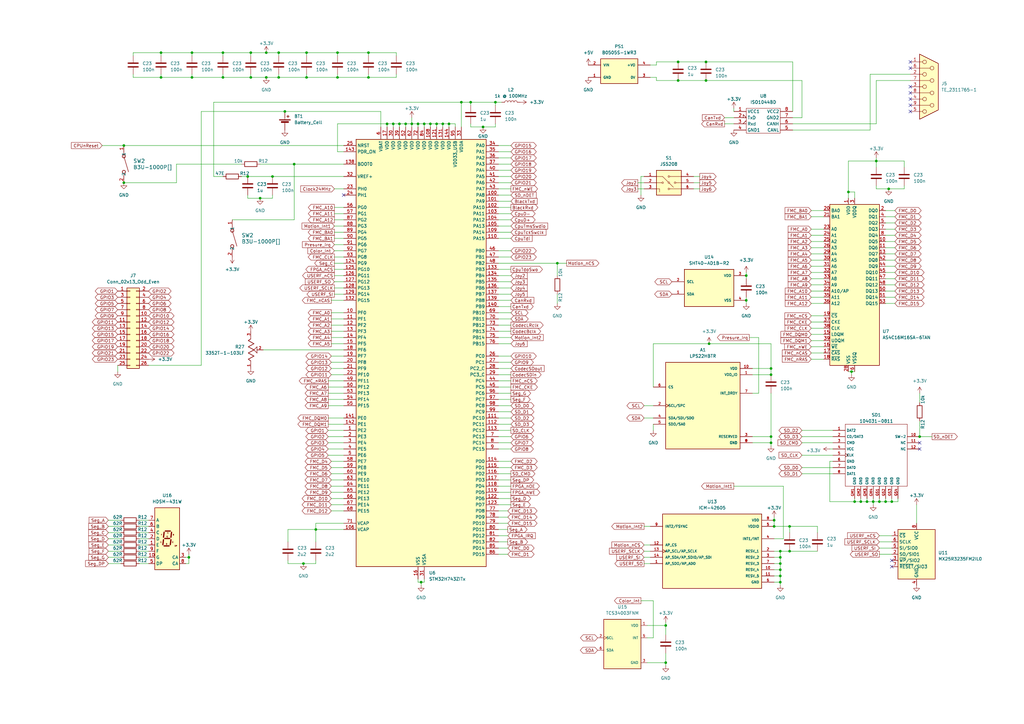
<source format=kicad_sch>
(kicad_sch (version 20230121) (generator eeschema)
  (paper "A3")
  (junction (at 109.22 21.59))
  (junction (at 168.91 50.8))
  (junction (at 173.99 50.8))
  (junction (at 111.76 72.39))
  (junction (at 350.52 205.74))
  (junction (at 138.43 31.75))
  (junction (at 77.47 228.6))
  (junction (at 124.46 231.14))
  (junction (at 360.68 205.74))
  (junction (at 125.73 21.59))
  (junction (at 228.6 107.95))
  (junction (at 320.04 226.06))
  (junction (at 50.8 74.93))
  (junction (at 290.83 140.97))
  (junction (at 138.43 21.59))
  (junction (at 78.74 31.75))
  (junction (at 176.53 50.8))
  (junction (at 323.85 215.9))
  (junction (at 347.98 78.74))
  (junction (at 106.68 81.28))
  (junction (at 278.13 33.02))
  (junction (at 317.5 213.36))
  (junction (at 91.44 21.59))
  (junction (at 181.61 50.8))
  (junction (at 364.49 77.47))
  (junction (at 306.07 113.03))
  (junction (at 102.87 21.59))
  (junction (at 172.72 238.76))
  (junction (at 198.12 52.07))
  (junction (at 320.04 233.68))
  (junction (at 320.04 238.76))
  (junction (at 363.22 205.74))
  (junction (at 320.04 231.14))
  (junction (at 101.6 72.39))
  (junction (at 317.5 215.9))
  (junction (at 273.05 271.78))
  (junction (at 171.45 50.8))
  (junction (at 102.87 31.75))
  (junction (at 359.41 66.04))
  (junction (at 109.22 31.75))
  (junction (at 66.04 31.75))
  (junction (at 66.04 21.59))
  (junction (at 358.14 205.74))
  (junction (at 129.54 217.17))
  (junction (at 151.13 21.59))
  (junction (at 184.15 50.8))
  (junction (at 179.07 50.8))
  (junction (at 278.13 25.4))
  (junction (at 189.23 41.91))
  (junction (at 166.37 50.8))
  (junction (at 353.06 205.74))
  (junction (at 114.3 21.59))
  (junction (at 323.85 226.06))
  (junction (at 320.04 228.6))
  (junction (at 203.2 41.91))
  (junction (at 316.23 151.13))
  (junction (at 273.05 256.54))
  (junction (at 120.65 67.31))
  (junction (at 306.07 123.19))
  (junction (at 116.84 45.72))
  (junction (at 377.19 179.07))
  (junction (at 161.29 50.8))
  (junction (at 365.76 205.74))
  (junction (at 78.74 21.59))
  (junction (at 163.83 50.8))
  (junction (at 316.23 181.61))
  (junction (at 50.8 59.69))
  (junction (at 316.23 179.07))
  (junction (at 91.44 31.75))
  (junction (at 158.75 50.8))
  (junction (at 289.56 33.02))
  (junction (at 114.3 31.75))
  (junction (at 320.04 236.22))
  (junction (at 316.23 153.67))
  (junction (at 349.25 152.4))
  (junction (at 151.13 31.75))
  (junction (at 125.73 31.75))
  (junction (at 193.04 41.91))
  (junction (at 289.56 25.4))
  (junction (at 355.6 205.74))
  (no_connect (at 377.19 184.15))
  (no_connect (at 365.76 232.41))
  (no_connect (at 373.38 40.64))
  (no_connect (at 373.38 45.72))
  (no_connect (at 373.38 25.4))
  (no_connect (at 140.97 80.01))
  (no_connect (at 377.19 181.61))
  (no_connect (at 373.38 35.56))
  (no_connect (at 373.38 38.1))
  (no_connect (at 373.38 43.18))
  (no_connect (at 365.76 229.87))
  (no_connect (at 373.38 27.94))
  (wire (pts (xy 363.22 93.98) (xy 367.03 93.98)))
  (wire (pts (xy 262.89 72.39) (xy 262.89 80.01)))
  (wire (pts (xy 135.89 204.47) (xy 140.97 204.47)))
  (wire (pts (xy 341.63 189.23) (xy 340.36 189.23)))
  (wire (pts (xy 151.13 30.48) (xy 151.13 31.75)))
  (wire (pts (xy 60.96 149.86) (xy 82.55 149.86)))
  (wire (pts (xy 359.41 66.04) (xy 359.41 68.58)))
  (wire (pts (xy 204.47 133.35) (xy 209.55 133.35)))
  (wire (pts (xy 311.15 138.43) (xy 311.15 161.29)))
  (wire (pts (xy 176.53 50.8) (xy 179.07 50.8)))
  (wire (pts (xy 204.47 156.21) (xy 209.55 156.21)))
  (wire (pts (xy 347.98 152.4) (xy 349.25 152.4)))
  (wire (pts (xy 87.63 41.91) (xy 189.23 41.91)))
  (wire (pts (xy 350.52 78.74) (xy 350.52 81.28)))
  (wire (pts (xy 308.61 179.07) (xy 316.23 179.07)))
  (wire (pts (xy 135.89 191.77) (xy 140.97 191.77)))
  (wire (pts (xy 135.89 199.39) (xy 140.97 199.39)))
  (wire (pts (xy 204.47 64.77) (xy 209.55 64.77)))
  (wire (pts (xy 204.47 85.09) (xy 209.55 85.09)))
  (wire (pts (xy 363.22 91.44) (xy 367.03 91.44)))
  (wire (pts (xy 135.89 194.31) (xy 140.97 194.31)))
  (wire (pts (xy 54.61 31.75) (xy 66.04 31.75)))
  (wire (pts (xy 273.05 255.27) (xy 273.05 256.54)))
  (wire (pts (xy 204.47 212.09) (xy 208.28 212.09)))
  (wire (pts (xy 363.22 121.92) (xy 367.03 121.92)))
  (wire (pts (xy 102.87 21.59) (xy 102.87 22.86)))
  (wire (pts (xy 204.47 102.87) (xy 209.55 102.87)))
  (wire (pts (xy 204.47 196.85) (xy 209.55 196.85)))
  (wire (pts (xy 137.16 92.71) (xy 140.97 92.71)))
  (wire (pts (xy 172.72 238.76) (xy 171.45 238.76)))
  (wire (pts (xy 359.41 76.2) (xy 359.41 77.47)))
  (wire (pts (xy 328.93 181.61) (xy 341.63 181.61)))
  (wire (pts (xy 173.99 50.8) (xy 173.99 52.07)))
  (wire (pts (xy 129.54 229.87) (xy 129.54 231.14)))
  (wire (pts (xy 363.22 116.84) (xy 367.03 116.84)))
  (wire (pts (xy 204.47 181.61) (xy 209.55 181.61)))
  (wire (pts (xy 120.65 67.31) (xy 140.97 67.31)))
  (wire (pts (xy 349.25 152.4) (xy 350.52 152.4)))
  (wire (pts (xy 138.43 21.59) (xy 138.43 22.86)))
  (wire (pts (xy 135.89 196.85) (xy 140.97 196.85)))
  (wire (pts (xy 204.47 67.31) (xy 209.55 67.31)))
  (wire (pts (xy 173.99 238.76) (xy 172.72 238.76)))
  (wire (pts (xy 118.11 231.14) (xy 124.46 231.14)))
  (wire (pts (xy 204.47 135.89) (xy 209.55 135.89)))
  (wire (pts (xy 264.16 223.52) (xy 266.7 223.52)))
  (wire (pts (xy 203.2 41.91) (xy 193.04 41.91)))
  (wire (pts (xy 102.87 21.59) (xy 109.22 21.59)))
  (wire (pts (xy 135.89 123.19) (xy 140.97 123.19)))
  (wire (pts (xy 171.45 237.49) (xy 171.45 238.76)))
  (wire (pts (xy 158.75 50.8) (xy 161.29 50.8)))
  (wire (pts (xy 134.62 171.45) (xy 140.97 171.45)))
  (wire (pts (xy 340.36 184.15) (xy 341.63 184.15)))
  (wire (pts (xy 91.44 21.59) (xy 102.87 21.59)))
  (wire (pts (xy 204.47 90.17) (xy 209.55 90.17)))
  (wire (pts (xy 289.56 25.4) (xy 278.13 25.4)))
  (wire (pts (xy 332.74 114.3) (xy 337.82 114.3)))
  (wire (pts (xy 99.06 72.39) (xy 101.6 72.39)))
  (wire (pts (xy 118.11 229.87) (xy 118.11 231.14)))
  (wire (pts (xy 204.47 191.77) (xy 209.55 191.77)))
  (wire (pts (xy 204.47 158.75) (xy 209.55 158.75)))
  (wire (pts (xy 328.93 48.26) (xy 328.93 33.02)))
  (wire (pts (xy 137.16 95.25) (xy 140.97 95.25)))
  (wire (pts (xy 204.47 146.05) (xy 209.55 146.05)))
  (wire (pts (xy 320.04 236.22) (xy 320.04 238.76)))
  (wire (pts (xy 363.22 204.47) (xy 363.22 205.74)))
  (wire (pts (xy 353.06 205.74) (xy 350.52 205.74)))
  (wire (pts (xy 193.04 52.07) (xy 198.12 52.07)))
  (wire (pts (xy 66.04 31.75) (xy 78.74 31.75)))
  (wire (pts (xy 137.16 113.03) (xy 140.97 113.03)))
  (wire (pts (xy 137.16 107.95) (xy 140.97 107.95)))
  (wire (pts (xy 204.47 125.73) (xy 209.55 125.73)))
  (wire (pts (xy 204.47 201.93) (xy 209.55 201.93)))
  (wire (pts (xy 44.45 231.14) (xy 49.53 231.14)))
  (wire (pts (xy 364.49 77.47) (xy 370.84 77.47)))
  (wire (pts (xy 134.62 173.99) (xy 140.97 173.99)))
  (wire (pts (xy 358.14 205.74) (xy 358.14 207.01)))
  (wire (pts (xy 125.73 31.75) (xy 138.43 31.75)))
  (wire (pts (xy 264.16 231.14) (xy 266.7 231.14)))
  (wire (pts (xy 186.69 52.07) (xy 186.69 50.8)))
  (wire (pts (xy 377.19 172.72) (xy 377.19 179.07)))
  (wire (pts (xy 44.45 215.9) (xy 49.53 215.9)))
  (wire (pts (xy 320.04 231.14) (xy 320.04 233.68)))
  (wire (pts (xy 320.04 226.06) (xy 323.85 226.06)))
  (wire (pts (xy 78.74 21.59) (xy 91.44 21.59)))
  (wire (pts (xy 363.22 99.06) (xy 367.03 99.06)))
  (wire (pts (xy 321.31 220.98) (xy 317.5 220.98)))
  (wire (pts (xy 204.47 97.79) (xy 209.55 97.79)))
  (wire (pts (xy 316.23 161.29) (xy 316.23 179.07)))
  (wire (pts (xy 76.2 228.6) (xy 77.47 228.6)))
  (wire (pts (xy 66.04 21.59) (xy 78.74 21.59)))
  (wire (pts (xy 306.07 113.03) (xy 306.07 114.3)))
  (wire (pts (xy 129.54 217.17) (xy 129.54 214.63)))
  (wire (pts (xy 134.62 166.37) (xy 140.97 166.37)))
  (wire (pts (xy 332.74 121.92) (xy 337.82 121.92)))
  (wire (pts (xy 95.25 90.17) (xy 120.65 90.17)))
  (wire (pts (xy 138.43 31.75) (xy 151.13 31.75)))
  (wire (pts (xy 57.15 228.6) (xy 60.96 228.6)))
  (wire (pts (xy 106.68 81.28) (xy 101.6 81.28)))
  (wire (pts (xy 57.15 218.44) (xy 60.96 218.44)))
  (wire (pts (xy 355.6 205.74) (xy 353.06 205.74)))
  (wire (pts (xy 332.74 129.54) (xy 337.82 129.54)))
  (wire (pts (xy 306.07 111.76) (xy 306.07 113.03)))
  (wire (pts (xy 44.45 228.6) (xy 49.53 228.6)))
  (wire (pts (xy 203.2 41.91) (xy 205.74 41.91)))
  (wire (pts (xy 76.2 231.14) (xy 77.47 231.14)))
  (wire (pts (xy 91.44 21.59) (xy 91.44 22.86)))
  (wire (pts (xy 204.47 179.07) (xy 209.55 179.07)))
  (wire (pts (xy 264.16 228.6) (xy 266.7 228.6)))
  (wire (pts (xy 50.8 59.69) (xy 140.97 59.69)))
  (wire (pts (xy 135.89 148.59) (xy 140.97 148.59)))
  (wire (pts (xy 265.43 271.78) (xy 273.05 271.78)))
  (wire (pts (xy 204.47 194.31) (xy 209.55 194.31)))
  (wire (pts (xy 193.04 41.91) (xy 193.04 43.18)))
  (wire (pts (xy 204.47 72.39) (xy 209.55 72.39)))
  (wire (pts (xy 134.62 184.15) (xy 140.97 184.15)))
  (wire (pts (xy 284.48 77.47) (xy 287.02 77.47)))
  (wire (pts (xy 358.14 204.47) (xy 358.14 205.74)))
  (wire (pts (xy 101.6 72.39) (xy 111.76 72.39)))
  (wire (pts (xy 54.61 22.86) (xy 54.61 21.59)))
  (wire (pts (xy 264.16 226.06) (xy 266.7 226.06)))
  (wire (pts (xy 370.84 66.04) (xy 359.41 66.04)))
  (wire (pts (xy 135.89 130.81) (xy 140.97 130.81)))
  (wire (pts (xy 134.62 158.75) (xy 140.97 158.75)))
  (wire (pts (xy 66.04 21.59) (xy 66.04 22.86)))
  (wire (pts (xy 204.47 153.67) (xy 209.55 153.67)))
  (wire (pts (xy 179.07 50.8) (xy 179.07 52.07)))
  (wire (pts (xy 106.68 67.31) (xy 120.65 67.31)))
  (wire (pts (xy 109.22 31.75) (xy 114.3 31.75)))
  (wire (pts (xy 78.74 30.48) (xy 78.74 31.75)))
  (wire (pts (xy 44.45 218.44) (xy 49.53 218.44)))
  (wire (pts (xy 72.39 67.31) (xy 99.06 67.31)))
  (wire (pts (xy 162.56 31.75) (xy 162.56 30.48)))
  (wire (pts (xy 266.7 31.75) (xy 269.24 31.75)))
  (wire (pts (xy 284.48 72.39) (xy 287.02 72.39)))
  (wire (pts (xy 129.54 222.25) (xy 129.54 217.17)))
  (wire (pts (xy 204.47 77.47) (xy 209.55 77.47)))
  (wire (pts (xy 332.74 119.38) (xy 337.82 119.38)))
  (wire (pts (xy 317.5 228.6) (xy 320.04 228.6)))
  (wire (pts (xy 316.23 179.07) (xy 316.23 181.61)))
  (wire (pts (xy 173.99 237.49) (xy 173.99 238.76)))
  (wire (pts (xy 125.73 30.48) (xy 125.73 31.75)))
  (wire (pts (xy 198.12 52.07) (xy 203.2 52.07)))
  (wire (pts (xy 204.47 138.43) (xy 209.55 138.43)))
  (wire (pts (xy 363.22 124.46) (xy 367.03 124.46)))
  (wire (pts (xy 332.74 134.62) (xy 337.82 134.62)))
  (wire (pts (xy 77.47 228.6) (xy 77.47 231.14)))
  (wire (pts (xy 300.99 45.72) (xy 301.07 45.72)))
  (wire (pts (xy 193.04 50.8) (xy 193.04 52.07)))
  (wire (pts (xy 137.16 118.11) (xy 140.97 118.11)))
  (wire (pts (xy 264.16 215.9) (xy 266.7 215.9)))
  (wire (pts (xy 129.54 231.14) (xy 124.46 231.14)))
  (wire (pts (xy 264.16 166.37) (xy 267.97 166.37)))
  (wire (pts (xy 355.6 204.47) (xy 355.6 205.74)))
  (wire (pts (xy 297.18 48.26) (xy 301.07 48.26)))
  (wire (pts (xy 204.47 105.41) (xy 209.55 105.41)))
  (wire (pts (xy 134.62 161.29) (xy 140.97 161.29)))
  (wire (pts (xy 181.61 50.8) (xy 181.61 52.07)))
  (wire (pts (xy 77.47 227.33) (xy 77.47 228.6)))
  (wire (pts (xy 57.15 215.9) (xy 60.96 215.9)))
  (wire (pts (xy 204.47 69.85) (xy 209.55 69.85)))
  (wire (pts (xy 137.16 97.79) (xy 140.97 97.79)))
  (wire (pts (xy 332.74 109.22) (xy 337.82 109.22)))
  (wire (pts (xy 204.47 123.19) (xy 209.55 123.19)))
  (wire (pts (xy 137.16 105.41) (xy 140.97 105.41)))
  (wire (pts (xy 135.89 189.23) (xy 140.97 189.23)))
  (wire (pts (xy 325.12 48.26) (xy 328.93 48.26)))
  (wire (pts (xy 173.99 50.8) (xy 176.53 50.8)))
  (wire (pts (xy 328.93 33.02) (xy 289.56 33.02)))
  (wire (pts (xy 189.23 41.91) (xy 189.23 52.07)))
  (wire (pts (xy 44.45 213.36) (xy 49.53 213.36)))
  (wire (pts (xy 363.22 119.38) (xy 367.03 119.38)))
  (wire (pts (xy 347.98 66.04) (xy 347.98 78.74)))
  (wire (pts (xy 360.68 227.33) (xy 365.76 227.33)))
  (wire (pts (xy 332.74 101.6) (xy 337.82 101.6)))
  (wire (pts (xy 204.47 214.63) (xy 208.28 214.63)))
  (wire (pts (xy 325.12 50.8) (xy 359.41 50.8)))
  (wire (pts (xy 350.52 205.74) (xy 350.52 204.47)))
  (wire (pts (xy 332.74 144.78) (xy 337.82 144.78)))
  (wire (pts (xy 332.74 99.06) (xy 337.82 99.06)))
  (wire (pts (xy 138.43 30.48) (xy 138.43 31.75)))
  (wire (pts (xy 363.22 101.6) (xy 367.03 101.6)))
  (wire (pts (xy 204.47 120.65) (xy 209.55 120.65)))
  (wire (pts (xy 137.16 120.65) (xy 140.97 120.65)))
  (wire (pts (xy 171.45 50.8) (xy 173.99 50.8)))
  (wire (pts (xy 317.5 213.36) (xy 317.5 215.9)))
  (wire (pts (xy 316.23 153.67) (xy 316.23 151.13)))
  (wire (pts (xy 332.74 111.76) (xy 337.82 111.76)))
  (wire (pts (xy 163.83 50.8) (xy 163.83 52.07)))
  (wire (pts (xy 320.04 228.6) (xy 320.04 231.14)))
  (wire (pts (xy 320.04 233.68) (xy 320.04 236.22)))
  (wire (pts (xy 151.13 21.59) (xy 162.56 21.59)))
  (wire (pts (xy 363.22 106.68) (xy 367.03 106.68)))
  (wire (pts (xy 325.12 45.72) (xy 325.12 25.4)))
  (wire (pts (xy 365.76 205.74) (xy 363.22 205.74)))
  (wire (pts (xy 138.43 21.59) (xy 151.13 21.59)))
  (wire (pts (xy 370.84 68.58) (xy 370.84 66.04)))
  (wire (pts (xy 335.28 218.44) (xy 335.28 215.9)))
  (wire (pts (xy 204.47 74.93) (xy 209.55 74.93)))
  (wire (pts (xy 284.48 74.93) (xy 287.02 74.93)))
  (wire (pts (xy 360.68 205.74) (xy 358.14 205.74)))
  (wire (pts (xy 204.47 80.01) (xy 209.55 80.01)))
  (wire (pts (xy 317.5 226.06) (xy 320.04 226.06)))
  (wire (pts (xy 137.16 100.33) (xy 140.97 100.33)))
  (wire (pts (xy 137.16 85.09) (xy 140.97 85.09)))
  (wire (pts (xy 204.47 184.15) (xy 209.55 184.15)))
  (wire (pts (xy 360.68 222.25) (xy 365.76 222.25)))
  (wire (pts (xy 135.89 153.67) (xy 140.97 153.67)))
  (wire (pts (xy 228.6 120.65) (xy 228.6 124.46)))
  (wire (pts (xy 82.55 45.72) (xy 116.84 45.72)))
  (wire (pts (xy 273.05 267.97) (xy 273.05 271.78)))
  (wire (pts (xy 204.47 217.17) (xy 208.28 217.17)))
  (wire (pts (xy 135.89 133.35) (xy 140.97 133.35)))
  (wire (pts (xy 204.47 209.55) (xy 208.28 209.55)))
  (wire (pts (xy 328.93 176.53) (xy 341.63 176.53)))
  (wire (pts (xy 162.56 21.59) (xy 162.56 22.86)))
  (wire (pts (xy 204.47 176.53) (xy 209.55 176.53)))
  (wire (pts (xy 325.12 25.4) (xy 289.56 25.4)))
  (wire (pts (xy 261.62 77.47) (xy 264.16 77.47)))
  (wire (pts (xy 135.89 146.05) (xy 140.97 146.05)))
  (wire (pts (xy 332.74 137.16) (xy 337.82 137.16)))
  (wire (pts (xy 308.61 153.67) (xy 316.23 153.67)))
  (wire (pts (xy 204.47 189.23) (xy 209.55 189.23)))
  (wire (pts (xy 134.62 176.53) (xy 140.97 176.53)))
  (wire (pts (xy 163.83 50.8) (xy 166.37 50.8)))
  (wire (pts (xy 320.04 238.76) (xy 320.04 240.03)))
  (wire (pts (xy 332.74 88.9) (xy 337.82 88.9)))
  (wire (pts (xy 306.07 121.92) (xy 306.07 123.19)))
  (wire (pts (xy 316.23 140.97) (xy 316.23 151.13)))
  (wire (pts (xy 135.89 138.43) (xy 140.97 138.43)))
  (wire (pts (xy 158.75 50.8) (xy 158.75 52.07)))
  (wire (pts (xy 204.47 107.95) (xy 228.6 107.95)))
  (wire (pts (xy 134.62 163.83) (xy 140.97 163.83)))
  (wire (pts (xy 204.47 130.81) (xy 209.55 130.81)))
  (wire (pts (xy 114.3 21.59) (xy 114.3 22.86)))
  (wire (pts (xy 204.47 171.45) (xy 209.55 171.45)))
  (wire (pts (xy 204.47 128.27) (xy 209.55 128.27)))
  (wire (pts (xy 228.6 107.95) (xy 232.41 107.95)))
  (wire (pts (xy 107.95 143.51) (xy 140.97 143.51)))
  (wire (pts (xy 332.74 93.98) (xy 337.82 93.98)))
  (wire (pts (xy 204.47 168.91) (xy 209.55 168.91)))
  (wire (pts (xy 125.73 21.59) (xy 125.73 22.86)))
  (wire (pts (xy 278.13 33.02) (xy 289.56 33.02)))
  (wire (pts (xy 317.5 236.22) (xy 320.04 236.22)))
  (wire (pts (xy 307.34 138.43) (xy 311.15 138.43)))
  (wire (pts (xy 140.97 62.23) (xy 138.43 62.23)))
  (wire (pts (xy 269.24 33.02) (xy 278.13 33.02)))
  (wire (pts (xy 203.2 52.07) (xy 203.2 50.8)))
  (wire (pts (xy 332.74 132.08) (xy 337.82 132.08)))
  (wire (pts (xy 323.85 226.06) (xy 335.28 226.06)))
  (wire (pts (xy 135.89 128.27) (xy 140.97 128.27)))
  (wire (pts (xy 328.93 194.31) (xy 341.63 194.31)))
  (wire (pts (xy 317.5 212.09) (xy 317.5 213.36)))
  (wire (pts (xy 332.74 139.7) (xy 337.82 139.7)))
  (wire (pts (xy 78.74 21.59) (xy 78.74 22.86)))
  (wire (pts (xy 135.89 135.89) (xy 140.97 135.89)))
  (wire (pts (xy 168.91 48.26) (xy 168.91 50.8)))
  (wire (pts (xy 204.47 118.11) (xy 209.55 118.11)))
  (wire (pts (xy 265.43 261.62) (xy 267.97 261.62)))
  (wire (pts (xy 204.47 110.49) (xy 209.55 110.49)))
  (wire (pts (xy 54.61 30.48) (xy 54.61 31.75)))
  (wire (pts (xy 114.3 31.75) (xy 125.73 31.75)))
  (wire (pts (xy 267.97 173.99) (xy 267.97 176.53)))
  (wire (pts (xy 135.89 140.97) (xy 140.97 140.97)))
  (wire (pts (xy 204.47 59.69) (xy 209.55 59.69)))
  (wire (pts (xy 138.43 50.8) (xy 158.75 50.8)))
  (wire (pts (xy 134.62 156.21) (xy 140.97 156.21)))
  (wire (pts (xy 328.93 186.69) (xy 341.63 186.69)))
  (wire (pts (xy 269.24 31.75) (xy 269.24 33.02)))
  (wire (pts (xy 368.3 204.47) (xy 368.3 205.74)))
  (wire (pts (xy 332.74 124.46) (xy 337.82 124.46)))
  (wire (pts (xy 347.98 78.74) (xy 350.52 78.74)))
  (wire (pts (xy 82.55 149.86) (xy 82.55 45.72)))
  (wire (pts (xy 137.16 102.87) (xy 140.97 102.87)))
  (wire (pts (xy 204.47 163.83) (xy 209.55 163.83)))
  (wire (pts (xy 166.37 50.8) (xy 168.91 50.8)))
  (wire (pts (xy 360.68 219.71) (xy 365.76 219.71)))
  (wire (pts (xy 57.15 220.98) (xy 60.96 220.98)))
  (wire (pts (xy 137.16 77.47) (xy 140.97 77.47)))
  (wire (pts (xy 109.22 21.59) (xy 114.3 21.59)))
  (wire (pts (xy 171.45 50.8) (xy 171.45 52.07)))
  (wire (pts (xy 57.15 213.36) (xy 60.96 213.36)))
  (wire (pts (xy 204.47 227.33) (xy 208.28 227.33)))
  (wire (pts (xy 360.68 204.47) (xy 360.68 205.74)))
  (wire (pts (xy 114.3 21.59) (xy 125.73 21.59)))
  (wire (pts (xy 204.47 62.23) (xy 209.55 62.23)))
  (wire (pts (xy 137.16 110.49) (xy 140.97 110.49)))
  (wire (pts (xy 204.47 151.13) (xy 209.55 151.13)))
  (wire (pts (xy 332.74 104.14) (xy 337.82 104.14)))
  (wire (pts (xy 306.07 123.19) (xy 306.07 124.46)))
  (wire (pts (xy 168.91 50.8) (xy 171.45 50.8)))
  (wire (pts (xy 264.16 72.39) (xy 262.89 72.39)))
  (wire (pts (xy 184.15 52.07) (xy 184.15 50.8)))
  (wire (pts (xy 269.24 25.4) (xy 269.24 26.67)))
  (wire (pts (xy 54.61 21.59) (xy 66.04 21.59)))
  (wire (pts (xy 114.3 30.48) (xy 114.3 31.75)))
  (wire (pts (xy 50.8 74.93) (xy 72.39 74.93)))
  (wire (pts (xy 204.47 140.97) (xy 209.55 140.97)))
  (wire (pts (xy 340.36 205.74) (xy 350.52 205.74)))
  (wire (pts (xy 204.47 161.29) (xy 209.55 161.29)))
  (wire (pts (xy 111.76 81.28) (xy 106.68 81.28)))
  (wire (pts (xy 323.85 218.44) (xy 323.85 215.9)))
  (wire (pts (xy 204.47 222.25) (xy 208.28 222.25)))
  (wire (pts (xy 332.74 142.24) (xy 337.82 142.24)))
  (wire (pts (xy 44.45 220.98) (xy 49.53 220.98)))
  (wire (pts (xy 204.47 92.71) (xy 209.55 92.71)))
  (wire (pts (xy 125.73 21.59) (xy 138.43 21.59)))
  (wire (pts (xy 204.47 95.25) (xy 209.55 95.25)))
  (wire (pts (xy 308.61 181.61) (xy 316.23 181.61)))
  (wire (pts (xy 78.74 31.75) (xy 91.44 31.75)))
  (wire (pts (xy 204.47 224.79) (xy 208.28 224.79)))
  (wire (pts (xy 363.22 88.9) (xy 367.03 88.9)))
  (wire (pts (xy 135.89 209.55) (xy 140.97 209.55)))
  (wire (pts (xy 317.5 238.76) (xy 320.04 238.76)))
  (wire (pts (xy 101.6 80.01) (xy 101.6 81.28)))
  (wire (pts (xy 317.5 231.14) (xy 320.04 231.14)))
  (wire (pts (xy 375.92 207.01) (xy 375.92 214.63)))
  (wire (pts (xy 176.53 50.8) (xy 176.53 52.07)))
  (wire (pts (xy 317.5 233.68) (xy 320.04 233.68)))
  (wire (pts (xy 111.76 72.39) (xy 140.97 72.39)))
  (wire (pts (xy 363.22 96.52) (xy 367.03 96.52)))
  (wire (pts (xy 353.06 204.47) (xy 353.06 205.74)))
  (wire (pts (xy 204.47 204.47) (xy 209.55 204.47)))
  (wire (pts (xy 168.91 50.8) (xy 168.91 52.07)))
  (wire (pts (xy 356.87 53.34) (xy 325.12 53.34)))
  (wire (pts (xy 332.74 116.84) (xy 337.82 116.84)))
  (wire (pts (xy 203.2 43.18) (xy 203.2 41.91)))
  (wire (pts (xy 265.43 256.54) (xy 273.05 256.54)))
  (wire (pts (xy 363.22 114.3) (xy 367.03 114.3)))
  (wire (pts (xy 91.44 31.75) (xy 102.87 31.75)))
  (wire (pts (xy 102.87 30.48) (xy 102.87 31.75)))
  (wire (pts (xy 321.31 199.39) (xy 321.31 220.98)))
  (wire (pts (xy 102.87 31.75) (xy 109.22 31.75)))
  (wire (pts (xy 323.85 215.9) (xy 317.5 215.9)))
  (wire (pts (xy 359.41 50.8) (xy 359.41 33.02)))
  (wire (pts (xy 118.11 217.17) (xy 129.54 217.17)))
  (wire (pts (xy 377.19 161.29) (xy 377.19 165.1)))
  (wire (pts (xy 181.61 50.8) (xy 184.15 50.8)))
  (wire (pts (xy 311.15 161.29) (xy 308.61 161.29)))
  (wire (pts (xy 204.47 87.63) (xy 209.55 87.63)))
  (wire (pts (xy 186.69 50.8) (xy 184.15 50.8)))
  (wire (pts (xy 356.87 30.48) (xy 356.87 53.34)))
  (wire (pts (xy 278.13 25.4) (xy 269.24 25.4)))
  (wire (pts (xy 332.74 86.36) (xy 337.82 86.36)))
  (wire (pts (xy 365.76 204.47) (xy 365.76 205.74)))
  (wire (pts (xy 300.99 44.45) (xy 300.99 45.72)))
  (wire (pts (xy 161.29 50.8) (xy 163.83 50.8)))
  (wire (pts (xy 134.62 186.69) (xy 140.97 186.69)))
  (wire (pts (xy 320.04 226.06) (xy 320.04 228.6)))
  (wire (pts (xy 137.16 90.17) (xy 140.97 90.17)))
  (wire (pts (xy 349.25 152.4) (xy 349.25 153.67)))
  (wire (pts (xy 359.41 64.77) (xy 359.41 66.04)))
  (wire (pts (xy 151.13 31.75) (xy 162.56 31.75)))
  (wire (pts (xy 264.16 171.45) (xy 267.97 171.45)))
  (wire (pts (xy 57.15 231.14) (xy 60.96 231.14)))
  (wire (pts (xy 267.97 246.38) (xy 262.89 246.38)))
  (wire (pts (xy 129.54 214.63) (xy 140.97 214.63)))
  (wire (pts (xy 204.47 173.99) (xy 209.55 173.99)))
  (wire (pts (xy 151.13 21.59) (xy 151.13 22.86)))
  (wire (pts (xy 300.99 199.39) (xy 321.31 199.39)))
  (wire (pts (xy 261.62 74.93) (xy 264.16 74.93)))
  (wire (pts (xy 111.76 80.01) (xy 111.76 81.28)))
  (wire (pts (xy 44.45 223.52) (xy 49.53 223.52)))
  (wire (pts (xy 204.47 207.01) (xy 209.55 207.01)))
  (wire (pts (xy 363.22 86.36) (xy 367.03 86.36)))
  (wire (pts (xy 134.62 181.61) (xy 140.97 181.61)))
  (wire (pts (xy 316.23 181.61) (xy 316.23 182.88)))
  (wire (pts (xy 332.74 147.32) (xy 337.82 147.32)))
  (wire (pts (xy 204.47 219.71) (xy 208.28 219.71)))
  (wire (pts (xy 91.44 72.39) (xy 87.63 72.39)))
  (wire (pts (xy 204.47 148.59) (xy 209.55 148.59)))
  (wire (pts (xy 44.45 226.06) (xy 49.53 226.06)))
  (wire (pts (xy 273.05 256.54) (xy 273.05 260.35)))
  (wire (pts (xy 267.97 261.62) (xy 267.97 246.38)))
  (wire (pts (xy 267.97 140.97) (xy 290.83 140.97)))
  (wire (pts (xy 135.89 207.01) (xy 140.97 207.01)))
  (wire (pts (xy 363.22 104.14) (xy 367.03 104.14)))
  (wire (pts (xy 48.26 152.4) (xy 48.26 149.86)))
  (wire (pts (xy 373.38 30.48) (xy 356.87 30.48)))
  (wire (pts (xy 193.04 41.91) (xy 189.23 41.91)))
  (wire (pts (xy 137.16 115.57) (xy 140.97 115.57)))
  (wire (pts (xy 135.89 201.93) (xy 140.97 201.93)))
  (wire (pts (xy 266.7 26.67) (xy 269.24 26.67)))
  (wire (pts (xy 129.54 217.17) (xy 140.97 217.17)))
  (wire (pts (xy 340.36 189.23) (xy 340.36 205.74)))
  (wire (pts (xy 87.63 72.39) (xy 87.63 41.91)))
  (wire (pts (xy 118.11 222.25) (xy 118.11 217.17)))
  (wire (pts (xy 72.39 67.31) (xy 72.39 74.93)))
  (wire (pts (xy 316.23 151.13) (xy 308.61 151.13)))
  (wire (pts (xy 57.15 226.06) (xy 60.96 226.06)))
  (wire (pts (xy 228.6 107.95) (xy 228.6 113.03)))
  (wire (pts (xy 161.29 50.8) (xy 161.29 52.07)))
  (wire (pts (xy 360.68 224.79) (xy 365.76 224.79)))
  (wire (pts (xy 204.47 166.37) (xy 209.55 166.37)))
  (wire (pts (xy 57.15 223.52) (xy 60.96 223.52)))
  (wire (pts (xy 359.41 77.47) (xy 364.49 77.47)))
  (wire (pts (xy 370.84 77.47) (xy 370.84 76.2)))
  (wire (pts (xy 204.47 115.57) (xy 209.55 115.57)))
  (wire (pts (xy 135.89 151.13) (xy 140.97 151.13)))
  (wire (pts (xy 368.3 205.74) (xy 365.76 205.74)))
  (wire (pts (xy 137.16 87.63) (xy 140.97 87.63)))
  (wire (pts (xy 328.93 179.07) (xy 341.63 179.07)))
  (wire (pts (xy 290.83 140.97) (xy 316.23 140.97)))
  (wire (pts (xy 347.98 78.74) (xy 347.98 81.28)))
  (wire (pts (xy 204.47 82.55) (xy 209.55 82.55)))
  (wire (pts (xy 172.72 238.76) (xy 172.72 240.03)))
  (wire (pts (xy 66.04 30.48) (xy 66.04 31.75)))
  (wire (pts (xy 359.41 66.04) (xy 347.98 66.04)))
  (wire (pts (xy 204.47 199.39) (xy 209.55 199.39)))
  (wire (pts (xy 120.65 90.17) (xy 120.65 67.31)))
  (wire (pts (xy 204.47 113.03) (xy 209.55 113.03)))
  (wire (pts (xy 138.43 62.23) (xy 138.43 50.8)))
  (wire (pts (xy 273.05 271.78) (xy 273.05 273.05)))
  (wire (pts (xy 328.93 191.77) (xy 341.63 191.77)))
  (wire (pts (xy 359.41 33.02) (xy 373.38 33.02)))
  (wire (pts (xy 179.07 50.8) (xy 181.61 50.8)))
  (wire (pts (xy 332.74 96.52) (xy 337.82 96.52)))
  (wire (pts (xy 335.28 215.9) (xy 323.85 215.9)))
  (wire (pts (xy 297.18 50.8) (xy 300.99 50.8)))
  (wire (pts (xy 377.19 179.07) (xy 382.27 179.07)))
  (wire (pts (xy 332.74 106.68) (xy 337.82 106.68)))
  (wire (pts (xy 116.84 45.72) (xy 156.21 45.72)))
  (wire (pts (xy 267.97 158.75) (xy 267.97 140.97)))
  (wire (pts (xy 363.22 111.76) (xy 367.03 111.76)))
  (wire (pts (xy 358.14 205.74) (xy 355.6 205.74)))
  (wire (pts (xy 363.22 109.22) (xy 367.03 109.22)))
  (wire (pts (xy 166.37 50.8) (xy 166.37 52.07)))
  (wire (pts (xy 134.62 179.07) (xy 140.97 179.07)))
  (wire (pts (xy 41.91 59.69) (xy 50.8 59.69)))
  (wire (pts (xy 91.44 30.48) (xy 91.44 31.75)))
  (wire (pts (xy 363.22 205.74) (xy 360.68 205.74)))
  (wire (pts (xy 156.21 45.72) (xy 156.21 52.07)))
  (global_label "FMC_nWE" (shape input) (at 332.74 142.24 180) (property "Intersheetrefs" "${INTERSHEET_REFS}" (effects hide)))
  (global_label "FMC_A12" (shape output) (at 137.16 90.17 180) (property "Intersheetrefs" "${INTERSHEET_REFS}" (effects hide)))
  (global_label "FMC_D3" (shape bidirectional) (at 367.03 93.98 0) (property "Intersheetrefs" "${INTERSHEET_REFS}" (effects hide)))
  (global_label "FMC_D10" (shape bidirectional) (at 367.03 111.76 0) (property "Intersheetrefs" "${INTERSHEET_REFS}" (effects hide)))
  (global_label "Motion_Int2" (shape input) (at 209.55 138.43 0) (property "Intersheetrefs" "${INTERSHEET_REFS}" (effects hide)))
  (global_label "FMC_A10" (shape output) (at 137.16 85.09 180) (property "Intersheetrefs" "${INTERSHEET_REFS}" (effects hide)))
  (global_label "SCL" (shape bidirectional) (at 275.59 115.57 180) (property "Intersheetrefs" "${INTERSHEET_REFS}" (effects hide)))
  (global_label "Color_Int" (shape output) (at 262.89 246.38 180) (property "Intersheetrefs" "${INTERSHEET_REFS}" (effects hide)))
  (global_label "FMC_D6" (shape bidirectional) (at 367.03 101.6 0) (property "Intersheetrefs" "${INTERSHEET_REFS}" (effects hide)))
  (global_label "GPIO19" (shape bidirectional) (at 209.55 69.85 0) (property "Intersheetrefs" "${INTERSHEET_REFS}" (effects hide)))
  (global_label "SDA" (shape bidirectional) (at 209.55 130.81 0) (property "Intersheetrefs" "${INTERSHEET_REFS}" (effects hide)))
  (global_label "FMC_D5" (shape bidirectional) (at 135.89 191.77 180) (property "Intersheetrefs" "${INTERSHEET_REFS}" (effects hide)))
  (global_label "SDA" (shape bidirectional) (at 264.16 171.45 180) (property "Intersheetrefs" "${INTERSHEET_REFS}" (effects hide)))
  (global_label "Seg_DP" (shape output) (at 209.55 196.85 0) (property "Intersheetrefs" "${INTERSHEET_REFS}" (effects hide)))
  (global_label "FMC_A5" (shape input) (at 332.74 106.68 180) (property "Intersheetrefs" "${INTERSHEET_REFS}" (effects hide)))
  (global_label "Seg_D" (shape input) (at 44.45 220.98 180) (property "Intersheetrefs" "${INTERSHEET_REFS}" (effects hide)))
  (global_label "FMC_A3" (shape output) (at 135.89 135.89 180) (property "Intersheetrefs" "${INTERSHEET_REFS}" (effects hide)))
  (global_label "USERF_SO" (shape output) (at 264.16 231.14 180) (property "Intersheetrefs" "${INTERSHEET_REFS}" (effects hide)))
  (global_label "FMC_DQM1" (shape input) (at 332.74 139.7 180) (property "Intersheetrefs" "${INTERSHEET_REFS}" (effects hide)))
  (global_label "GPIO12" (shape bidirectional) (at 135.89 151.13 180) (property "Intersheetrefs" "${INTERSHEET_REFS}" (effects hide)))
  (global_label "FMC_D8" (shape bidirectional) (at 367.03 106.68 0) (property "Intersheetrefs" "${INTERSHEET_REFS}" (effects hide)))
  (global_label "Seg_D" (shape output) (at 209.55 204.47 0) (property "Intersheetrefs" "${INTERSHEET_REFS}" (effects hide)))
  (global_label "GPIO22" (shape bidirectional) (at 209.55 102.87 0) (property "Intersheetrefs" "${INTERSHEET_REFS}" (effects hide)))
  (global_label "GPIO19" (shape bidirectional) (at 48.26 142.24 180) (property "Intersheetrefs" "${INTERSHEET_REFS}" (effects hide)))
  (global_label "FMC_D15" (shape bidirectional) (at 367.03 124.46 0) (property "Intersheetrefs" "${INTERSHEET_REFS}" (effects hide)))
  (global_label "GPIO3" (shape bidirectional) (at 48.26 121.92 180) (property "Intersheetrefs" "${INTERSHEET_REFS}" (effects hide)))
  (global_label "Seg_A" (shape output) (at 208.28 217.17 0) (property "Intersheetrefs" "${INTERSHEET_REFS}" (effects hide)))
  (global_label "GPIO23" (shape bidirectional) (at 209.55 105.41 0) (property "Intersheetrefs" "${INTERSHEET_REFS}" (effects hide)))
  (global_label "FMC_D12" (shape bidirectional) (at 135.89 209.55 180) (property "Intersheetrefs" "${INTERSHEET_REFS}" (effects hide)))
  (global_label "SD_CLK" (shape input) (at 328.93 186.69 180) (property "Intersheetrefs" "${INTERSHEET_REFS}" (effects hide)))
  (global_label "FMC_A1" (shape input) (at 332.74 96.52 180) (property "Intersheetrefs" "${INTERSHEET_REFS}" (effects hide)))
  (global_label "USERF_SI" (shape output) (at 137.16 120.65 180) (property "Intersheetrefs" "${INTERSHEET_REFS}" (effects hide)))
  (global_label "Joy2" (shape output) (at 261.62 74.93 180) (property "Intersheetrefs" "${INTERSHEET_REFS}" (effects hide)))
  (global_label "USERF_nCS" (shape input) (at 360.68 219.71 180) (property "Intersheetrefs" "${INTERSHEET_REFS}" (effects hide)))
  (global_label "Motion_Int1" (shape input) (at 137.16 92.71 180) (property "Intersheetrefs" "${INTERSHEET_REFS}" (effects hide)))
  (global_label "CpuTdoSwo" (shape output) (at 209.55 110.49 0) (property "Intersheetrefs" "${INTERSHEET_REFS}" (effects hide)))
  (global_label "SCL" (shape bidirectional) (at 245.11 261.62 180) (property "Intersheetrefs" "${INTERSHEET_REFS}" (effects hide)))
  (global_label "FMC_A8" (shape input) (at 332.74 114.3 180) (property "Intersheetrefs" "${INTERSHEET_REFS}" (effects hide)))
  (global_label "Seg_F" (shape output) (at 209.55 163.83 0) (property "Intersheetrefs" "${INTERSHEET_REFS}" (effects hide)))
  (global_label "FMC_A8" (shape output) (at 134.62 163.83 180) (property "Intersheetrefs" "${INTERSHEET_REFS}" (effects hide)))
  (global_label "CpuTckSwclk" (shape input) (at 209.55 95.25 0) (property "Intersheetrefs" "${INTERSHEET_REFS}" (effects hide)))
  (global_label "Seg_B" (shape input) (at 44.45 215.9 180) (property "Intersheetrefs" "${INTERSHEET_REFS}" (effects hide)))
  (global_label "GPIO9" (shape bidirectional) (at 209.55 148.59 0) (property "Intersheetrefs" "${INTERSHEET_REFS}" (effects hide)))
  (global_label "FMC_nCS" (shape input) (at 332.74 129.54 180) (property "Intersheetrefs" "${INTERSHEET_REFS}" (effects hide)))
  (global_label "SD_D0" (shape bidirectional) (at 209.55 166.37 0) (property "Intersheetrefs" "${INTERSHEET_REFS}" (effects hide)))
  (global_label "Motion_nCS" (shape input) (at 264.16 223.52 180) (property "Intersheetrefs" "${INTERSHEET_REFS}" (effects hide)))
  (global_label "SD_nDET" (shape input) (at 209.55 80.01 0) (property "Intersheetrefs" "${INTERSHEET_REFS}" (effects hide)))
  (global_label "CanRxd" (shape output) (at 297.18 50.8 180) (property "Intersheetrefs" "${INTERSHEET_REFS}" (effects hide)))
  (global_label "FMC_A0" (shape input) (at 332.74 93.98 180) (property "Intersheetrefs" "${INTERSHEET_REFS}" (effects hide)))
  (global_label "Seg_C" (shape output) (at 137.16 107.95 180) (property "Intersheetrefs" "${INTERSHEET_REFS}" (effects hide)))
  (global_label "GPIO4" (shape bidirectional) (at 60.96 121.92 0) (property "Intersheetrefs" "${INTERSHEET_REFS}" (effects hide)))
  (global_label "Motion_nCS" (shape output) (at 232.41 107.95 0) (property "Intersheetrefs" "${INTERSHEET_REFS}" (effects hide)))
  (global_label "GPIO5" (shape bidirectional) (at 134.62 186.69 180) (property "Intersheetrefs" "${INTERSHEET_REFS}" (effects hide)))
  (global_label "FMC_A4" (shape output) (at 135.89 138.43 180) (property "Intersheetrefs" "${INTERSHEET_REFS}" (effects hide)))
  (global_label "FMC_A6" (shape input) (at 332.74 109.22 180) (property "Intersheetrefs" "${INTERSHEET_REFS}" (effects hide)))
  (global_label "SD_D3" (shape bidirectional) (at 209.55 173.99 0) (property "Intersheetrefs" "${INTERSHEET_REFS}" (effects hide)))
  (global_label "SD_D2" (shape bidirectional) (at 328.93 176.53 180) (property "Intersheetrefs" "${INTERSHEET_REFS}" (effects hide)))
  (global_label "FMC_D6" (shape bidirectional) (at 135.89 194.31 180) (property "Intersheetrefs" "${INTERSHEET_REFS}" (effects hide)))
  (global_label "CpuD+" (shape bidirectional) (at 209.55 90.17 0) (property "Intersheetrefs" "${INTERSHEET_REFS}" (effects hide)))
  (global_label "Presure_Irq" (shape input) (at 137.16 100.33 180) (property "Intersheetrefs" "${INTERSHEET_REFS}" (effects hide)))
  (global_label "GPIO17" (shape bidirectional) (at 209.55 64.77 0) (property "Intersheetrefs" "${INTERSHEET_REFS}" (effects hide)))
  (global_label "Joy2" (shape input) (at 209.55 113.03 0) (property "Intersheetrefs" "${INTERSHEET_REFS}" (effects hide)))
  (global_label "Seg_C" (shape input) (at 44.45 218.44 180) (property "Intersheetrefs" "${INTERSHEET_REFS}" (effects hide)))
  (global_label "Clock24MHz" (shape input) (at 137.16 77.47 180) (property "Intersheetrefs" "${INTERSHEET_REFS}" (effects hide)))
  (global_label "GPIO11" (shape bidirectional) (at 48.26 132.08 180) (property "Intersheetrefs" "${INTERSHEET_REFS}" (effects hide)))
  (global_label "SD_CMD" (shape input) (at 328.93 181.61 180) (property "Intersheetrefs" "${INTERSHEET_REFS}" (effects hide)))
  (global_label "FPGA_nWE" (shape output) (at 209.55 201.93 0) (property "Intersheetrefs" "${INTERSHEET_REFS}" (effects hide)))
  (global_label "GPIO17" (shape bidirectional) (at 48.26 139.7 180) (property "Intersheetrefs" "${INTERSHEET_REFS}" (effects hide)))
  (global_label "GPIO13" (shape bidirectional) (at 135.89 148.59 180) (property "Intersheetrefs" "${INTERSHEET_REFS}" (effects hide)))
  (global_label "FMC_A3" (shape input) (at 332.74 101.6 180) (property "Intersheetrefs" "${INTERSHEET_REFS}" (effects hide)))
  (global_label "FMC_D9" (shape bidirectional) (at 367.03 109.22 0) (property "Intersheetrefs" "${INTERSHEET_REFS}" (effects hide)))
  (global_label "GPIO9" (shape bidirectional) (at 48.26 129.54 180) (property "Intersheetrefs" "${INTERSHEET_REFS}" (effects hide)))
  (global_label "Seg_E" (shape output) (at 209.55 207.01 0) (property "Intersheetrefs" "${INTERSHEET_REFS}" (effects hide)))
  (global_label "GPIO23" (shape bidirectional) (at 48.26 147.32 180) (property "Intersheetrefs" "${INTERSHEET_REFS}" (effects hide)))
  (global_label "FMC_D1" (shape bidirectional) (at 367.03 88.9 0) (property "Intersheetrefs" "${INTERSHEET_REFS}" (effects hide)))
  (global_label "GPIO21" (shape bidirectional) (at 209.55 74.93 0) (property "Intersheetrefs" "${INTERSHEET_REFS}" (effects hide)))
  (global_label "FMC_CLK" (shape input) (at 332.74 134.62 180) (property "Intersheetrefs" "${INTERSHEET_REFS}" (effects hide)))
  (global_label "CpuTdi" (shape input) (at 209.55 97.79 0) (property "Intersheetrefs" "${INTERSHEET_REFS}" (effects hide)))
  (global_label "FMC_A6" (shape output) (at 134.62 158.75 180) (property "Intersheetrefs" "${INTERSHEET_REFS}" (effects hide)))
  (global_label "Motion_Int2" (shape output) (at 264.16 215.9 180) (property "Intersheetrefs" "${INTERSHEET_REFS}" (effects hide)))
  (global_label "SD_D1" (shape bidirectional) (at 328.93 194.31 180) (property "Intersheetrefs" "${INTERSHEET_REFS}" (effects hide)))
  (global_label "FMC_D11" (shape bidirectional) (at 367.03 114.3 0) (property "Intersheetrefs" "${INTERSHEET_REFS}" (effects hide)))
  (global_label "FMC_A7" (shape output) (at 134.62 161.29 180) (property "Intersheetrefs" "${INTERSHEET_REFS}" (effects hide)))
  (global_label "USERF_SCLK" (shape input) (at 360.68 222.25 180) (property "Intersheetrefs" "${INTERSHEET_REFS}" (effects hide)))
  (global_label "SCL" (shape bidirectional) (at 264.16 166.37 180) (property "Intersheetrefs" "${INTERSHEET_REFS}" (effects hide)))
  (global_label "FMC_D15" (shape bidirectional) (at 208.28 214.63 0) (property "Intersheetrefs" "${INTERSHEET_REFS}" (effects hide)))
  (global_label "GPIO13" (shape bidirectional) (at 48.26 134.62 180) (property "Intersheetrefs" "${INTERSHEET_REFS}" (effects hide)))
  (global_label "FMC_CLK" (shape output) (at 137.16 105.41 180) (property "Intersheetrefs" "${INTERSHEET_REFS}" (effects hide)))
  (global_label "FMC_D0" (shape bidirectional) (at 208.28 224.79 0) (property "Intersheetrefs" "${INTERSHEET_REFS}" (effects hide)))
  (global_label "USERF_SI" (shape input) (at 264.16 228.6 180) (property "Intersheetrefs" "${INTERSHEET_REFS}" (effects hide)))
  (global_label "SD_D2" (shape bidirectional) (at 209.55 171.45 0) (property "Intersheetrefs" "${INTERSHEET_REFS}" (effects hide)))
  (global_label "FMC_BA1" (shape input) (at 332.74 88.9 180) (property "Intersheetrefs" "${INTERSHEET_REFS}" (effects hide)))
  (global_label "Joy3" (shape output) (at 261.62 77.47 180) (property "Intersheetrefs" "${INTERSHEET_REFS}" (effects hide)))
  (global_label "GPIO14" (shape bidirectional) (at 60.96 134.62 0) (property "Intersheetrefs" "${INTERSHEET_REFS}" (effects hide)))
  (global_label "Joy6" (shape input) (at 209.55 140.97 0) (property "Intersheetrefs" "${INTERSHEET_REFS}" (effects hide)))
  (global_label "GPIO18" (shape bidirectional) (at 60.96 139.7 0) (property "Intersheetrefs" "${INTERSHEET_REFS}" (effects hide)))
  (global_label "FMC_A9" (shape output) (at 134.62 166.37 180) (property "Intersheetrefs" "${INTERSHEET_REFS}" (effects hide)))
  (global_label "GPIO20" (shape bidirectional) (at 60.96 142.24 0) (property "Intersheetrefs" "${INTERSHEET_REFS}" (effects hide)))
  (global_label "GPIO8" (shape bidirectional) (at 209.55 184.15 0) (property "Intersheetrefs" "${INTERSHEET_REFS}" (effects hide)))
  (global_label "Seg_E" (shape input) (at 44.45 223.52 180) (property "Intersheetrefs" "${INTERSHEET_REFS}" (effects hide)))
  (global_label "FMC_A2" (shape output) (at 135.89 133.35 180) (property "Intersheetrefs" "${INTERSHEET_REFS}" (effects hide)))
  (global_label "USERF_SCLK" (shape output) (at 137.16 118.11 180) (property "Intersheetrefs" "${INTERSHEET_REFS}" (effects hide)))
  (global_label "FMC_D2" (shape bidirectional) (at 209.55 189.23 0) (property "Intersheetrefs" "${INTERSHEET_REFS}" (effects hide)))
  (global_label "FPGA_nOE" (shape output) (at 209.55 199.39 0) (property "Intersheetrefs" "${INTERSHEET_REFS}" (effects hide)))
  (global_label "FMC_D4" (shape bidirectional) (at 367.03 96.52 0) (property "Intersheetrefs" "${INTERSHEET_REFS}" (effects hide)))
  (global_label "FMC_A1" (shape output) (at 135.89 130.81 180) (property "Intersheetrefs" "${INTERSHEET_REFS}" (effects hide)))
  (global_label "GPIO16" (shape bidirectional) (at 209.55 62.23 0) (property "Intersheetrefs" "${INTERSHEET_REFS}" (effects hide)))
  (global_label "USERF_SI" (shape input) (at 360.68 224.79 180) (property "Intersheetrefs" "${INTERSHEET_REFS}" (effects hide)))
  (global_label "Joy4" (shape input) (at 209.55 118.11 0) (property "Intersheetrefs" "${INTERSHEET_REFS}" (effects hide)))
  (global_label "CanTxd" (shape output) (at 209.55 125.73 0) (property "Intersheetrefs" "${INTERSHEET_REFS}" (effects hide)))
  (global_label "FPGA_nCS" (shape output) (at 137.16 110.49 180) (property "Intersheetrefs" "${INTERSHEET_REFS}" (effects hide)))
  (global_label "Color_Int" (shape input) (at 137.16 102.87 180) (property "Intersheetrefs" "${INTERSHEET_REFS}" (effects hide)))
  (global_label "Joy4" (shape output) (at 287.02 72.39 0) (property "Intersheetrefs" "${INTERSHEET_REFS}" (effects hide)))
  (global_label "FMC_DQM0" (shape output) (at 134.62 171.45 180) (property "Intersheetrefs" "${INTERSHEET_REFS}" (effects hide)))
  (global_label "GPIO7" (shape bidirectional) (at 209.55 181.61 0) (property "Intersheetrefs" "${INTERSHEET_REFS}" (effects hide)))
  (global_label "FMC_A7" (shape input) (at 332.74 111.76 180) (property "Intersheetrefs" "${INTERSHEET_REFS}" (effects hide)))
  (global_label "FMC_A4" (shape input) (at 332.74 104.14 180) (property "Intersheetrefs" "${INTERSHEET_REFS}" (effects hide)))
  (global_label "GPIO6" (shape bidirectional) (at 60.96 124.46 0) (property "Intersheetrefs" "${INTERSHEET_REFS}" (effects hide)))
  (global_label "SD_D0" (shape bidirectional) (at 328.93 191.77 180) (property "Intersheetrefs" "${INTERSHEET_REFS}" (effects hide)))
  (global_label "FMC_A10" (shape input) (at 332.74 119.38 180) (property "Intersheetrefs" "${INTERSHEET_REFS}" (effects hide)))
  (global_label "FMC_A2" (shape input) (at 332.74 99.06 180) (property "Intersheetrefs" "${INTERSHEET_REFS}" (effects hide)))
  (global_label "FMC_D1" (shape bidirectional) (at 208.28 227.33 0) (property "Intersheetrefs" "${INTERSHEET_REFS}" (effects hide)))
  (global_label "Seg_G" (shape input) (at 44.45 228.6 180) (property "Intersheetrefs" "${INTERSHEET_REFS}" (effects hide)))
  (global_label "GPIO8" (shape bidirectional) (at 60.96 127 0) (property "Intersheetrefs" "${INTERSHEET_REFS}" (effects hide)))
  (global_label "GPIO21" (shape bidirectional) (at 48.26 144.78 180) (property "Intersheetrefs" "${INTERSHEET_REFS}" (effects hide)))
  (global_label "Joy5" (shape input) (at 209.55 120.65 0) (property "Intersheetrefs" "${INTERSHEET_REFS}" (effects hide)))
  (global_label "Seg_F" (shape input) (at 44.45 226.06 180) (property "Intersheetrefs" "${INTERSHEET_REFS}" (effects hide)))
  (global_label "FMC_D7" (shape bidirectional) (at 367.03 104.14 0) (property "Intersheetrefs" "${INTERSHEET_REFS}" (effects hide)))
  (global_label "CanTxd" (shape input) (at 297.18 48.26 180) (property "Intersheetrefs" "${INTERSHEET_REFS}" (effects hide)))
  (global_label "SD_D1" (shape bidirectional) (at 209.55 168.91 0) (property "Intersheetrefs" "${INTERSHEET_REFS}" (effects hide)))
  (global_label "FMC_A11" (shape input) (at 332.74 121.92 180) (property "Intersheetrefs" "${INTERSHEET_REFS}" (effects hide)))
  (global_label "FMC_CKE" (shape input) (at 332.74 132.08 180) (property "Intersheetrefs" "${INTERSHEET_REFS}" (effects hide)))
  (global_label "FMC_DQM0" (shape input) (at 332.74 137.16 180) (property "Intersheetrefs" "${INTERSHEET_REFS}" (effects hide)))
  (global_label "USERF_nCS" (shape output) (at 137.16 113.03 180) (property "Intersheetrefs" "${INTERSHEET_REFS}" (effects hide)))
  (global_label "FMC_BA0" (shape input) (at 332.74 86.36 180) (property "Intersheetrefs" "${INTERSHEET_REFS}" (effects hide)))
  (global_label "CodecBclk" (shape output) (at 209.55 135.89 0) (property "Intersheetrefs" "${INTERSHEET_REFS}" (effects hide)))
  (global_label "CodecSDin" (shape output) (at 209.55 153.67 0) (property "Intersheetrefs" "${INTERSHEET_REFS}" (effects hide)))
  (global_label "FMC_A0" (shape output) (at 135.89 128.27 180) (property "Intersheetrefs" "${INTERSHEET_REFS}" (effects hide)))
  (global_label "Joy5" (shape output) (at 287.02 74.93 0) (property "Intersheetrefs" "${INTERSHEET_REFS}" (effects hide)))
  (global_label "FMC_CKE" (shape output) (at 209.55 158.75 0) (property "Intersheetrefs" "${INTERSHEET_REFS}" (effects hide)))
  (global_label "GPIO4" (shape bidirectional) (at 134.62 184.15 180) (property "Intersheetrefs" "${INTERSHEET_REFS}" (effects hide)))
  (global_label "GPIO2" (shape bidirectional) (at 60.96 119.38 0) (property "Intersheetrefs" "${INTERSHEET_REFS}" (effects hide)))
  (global_label "GPIO1" (shape bidirectional) (at 134.62 176.53 180) (property "Intersheetrefs" "${INTERSHEET_REFS}" (effects hide)))
  (global_label "CanRxd" (shape input) (at 209.55 123.19 0) (property "Intersheetrefs" "${INTERSHEET_REFS}" (effects hide)))
  (global_label "FMC_A12" (shape input) (at 332.74 124.46 180) (property "Intersheetrefs" "${INTERSHEET_REFS}" (effects hide)))
  (global_label "SD_CLK" (shape output) (at 209.55 176.53 0) (property "Intersheetrefs" "${INTERSHEET_REFS}" (effects hide)))
  (global_label "CpuD-" (shape bidirectional) (at 209.55 87.63 0) (property "Intersheetrefs" "${INTERSHEET_REFS}" (effects hide)))
  (global_label "Seg_G" (shape output) (at 209.55 161.29 0) (property "Intersheetrefs" "${INTERSHEET_REFS}" (effects hide)))
  (global_label "FMC_D10" (shape bidirectional) (at 135.89 204.47 180) (property "Intersheetrefs" "${INTERSHEET_REFS}" (effects hide)))
  (global_label "GPIO5" (shape bidirectional) (at 48.26 124.46 180) (property "Intersheetrefs" "${INTERSHEET_REFS}" (effects hide)))
  (global_label "GPIO7" (shape bidirectional) (at 48.26 127 180) (property "Intersheetrefs" "${INTERSHEET_REFS}" (effects hide)))
  (global_label "FMC_D5" (shape bidirectional) (at 367.03 99.06 0) (property "Intersheetrefs" "${INTERSHEET_REFS}" (effects hide)))
  (global_label "FMC_D2" (shape bidirectional) (at 367.03 91.44 0) (property "Intersheetrefs" "${INTERSHEET_REFS}" (effects hide)))
  (global_label "FMC_nWE" (shape output) (at 209.55 77.47 0) (property "Intersheetrefs" "${INTERSHEET_REFS}" (effects hide)))
  (global_label "FMC_nRAS" (shape output) (at 134.62 156.21 180) (property "Intersheetrefs" "${INTERSHEET_REFS}" (effects hide)))
  (global_label "FMC_nRAS" (shape input) (at 332.74 147.32 180) (property "Intersheetrefs" "${INTERSHEET_REFS}" (effects hide)))
  (global_label "FMC_D12" (shape bidirectional) (at 367.03 116.84 0) (property "Intersheetrefs" "${INTERSHEET_REFS}" (effects hide)))
  (global_label "USERF_SCLK" (shape input) (at 264.16 226.06 180) (property "Intersheetrefs" "${INTERSHEET_REFS}" (effects hide)))
  (global_label "Seg_A" (shape input) (at 44.45 213.36 180) (property "Intersheetrefs" "${INTERSHEET_REFS}" (effects hide)))
  (global_label "GPIO6" (shape bidirectional) (at 209.55 179.07 0) (property "Intersheetrefs" "${INTERSHEET_REFS}" (effects hide)))
  (global_label "FMC_D14" (shape bidirectional) (at 367.03 121.92 0) (property "Intersheetrefs" "${INTERSHEET_REFS}" (effects hide)))
  (global_label "FPGA_IRQ" (shape input) (at 208.28 219.71 0) (property "Intersheetrefs" "${INTERSHEET_REFS}" (effects hide)))
  (global_label "FMC_nCAS" (shape output) (at 135.89 123.19 180) (property "Intersheetrefs" "${INTERSHEET_REFS}" (effects hide)))
  (global_label "GPIO12" (shape bidirectional) (at 60.96 132.08 0) (property "Intersheetrefs" "${INTERSHEET_REFS}" (effects hide)))
  (global_label "GPIO15" (shape bidirectional) (at 209.55 59.69 0) (property "Intersheetrefs" "${INTERSHEET_REFS}" (effects hide)))
  (global_label "FMC_nCAS" (shape input) (at 332.74 144.78 180) (property "Intersheetrefs" "${INTERSHEET_REFS}" (effects hide)))
  (global_label "SD_nDET" (shape output) (at 382.27 179.07 0) (property "Intersheetrefs" "${INTERSHEET_REFS}" (effects hide)))
  (global_label "GPIO18" (shape bidirectional) (at 209.55 67.31 0) (property "Intersheetrefs" "${INTERSHEET_REFS}" (effects hide)))
  (global_label "FMC_A11" (shape output) (at 137.16 87.63 180) (property "Intersheetrefs" "${INTERSHEET_REFS}" (effects hide)))
  (global_label "CodecLRclk" (shape output) (at 209.55 133.35 0) (property "Intersheetrefs" "${INTERSHEET_REFS}" (effects hide)))
  (global_label "FMC_D11" (shape bidirectional) (at 135.89 207.01 180) (property "Intersheetrefs" "${INTERSHEET_REFS}" (effects hide)))
  (global_label "FMC_BA0" (shape output) (at 137.16 95.25 180) (property "Intersheetrefs" "${INTERSHEET_REFS}" (effects hide)))
  (global_label "GPIO10" (shape bidirectional) (at 60.96 129.54 0) (property "Intersheetrefs" "${INTERSHEET_REFS}" (effects hide)))
  (global_label "Seg_B" (shape output) (at 208.28 222.25 0) (property "Intersheetrefs" "${INTERSHEET_REFS}" (effects hide)))
  (global_label "GPIO11" (shape bidirectional) (at 135.89 153.67 180) (property "Intersheetrefs" "${INTERSHEET_REFS}" (effects hide)))
  (global_label "Motion_Int1" (shape output) (at 300.99 199.39 180) (property "Intersheetrefs" "${INTERSHEET_REFS}" (effects hide)))
  (global_label "FMC_A9" (shape input) (at 332.74 116.84 180) (property "Intersheetrefs" "${INTERSHEET_REFS}" (effects hide)))
  (global_label "GPIO3" (shape bidirectional) (at 134.62 181.61 180) (property "Intersheetrefs" "${INTERSHEET_REFS}" (effects hide)))
  (global_label "GPIO16" (shape bidirectional) (at 60.96 137.16 0) (property "Intersheetrefs" "${INTERSHEET_REFS}" (effects hide)))
  (global_label "GPIO14" (shape bidirectional) (at 135.89 146.05 180) (property "Intersheetrefs" "${INTERSHEET_REFS}" (effects hide)))
  (global_label "Joy6" (shape output) (at 287.02 77.47 0) (property "Intersheetrefs" "${INTERSHEET_REFS}" (effects hide)))
  (global_label "SCL" (shape bidirectional) (at 209.55 128.27 0) (property "Intersheetrefs" "${INTERSHEET_REFS}" (effects hide)))
  (global_label "FMC_D14" (shape bidirectional) (at 208.28 212.09 0) (property "Intersheetrefs" "${INTERSHEET_REFS}" (effects hide)))
  (global_label "FMC_D9" (shape bidirectional) (at 135.89 201.93 180) (property "Intersheetrefs" "${INTERSHEET_REFS}" (effects hide)))
  (global_label "FMC_A5" (shape output) (at 135.89 140.97 180) (property "Intersheetrefs" "${INTERSHEET_REFS}" (effects hide)))
  (global_label "FMC_D8" (shape bidirectional) (at 135.89 199.39 180) (property "Intersheetrefs" "${INTERSHEET_REFS}" (effects hide)))
  (global_label "FMC_D7" (shape bidirectional) (at 135.89 196.85 180) (property "Intersheetrefs" "${INTERSHEET_REFS}" (effects hide)))
  (global_label "GPIO2" (shape bidirectional) (at 134.62 179.07 180) (property "Intersheetrefs" "${INTERSHEET_REFS}" (effects hide)))
  (global_label "Presure_Irq" (shape output) (at 307.34 138.43 180) (property "Intersheetrefs" "${INTERSHEET_REFS}" (effects hide)))
  (global_label "GPIO10" (shape bidirectional) (at 209.55 146.05 0) (property "Intersheetrefs" "${INTERSHEET_REFS}" (effects hide)))
  (global_label "SDA" (shape bidirectional) (at 275.59 120.65 180) (property "Intersheetrefs" "${INTERSHEET_REFS}" (effects hide)))
  (global_label "GPIO15" (shape bidirectional) (at 48.26 137.16 180) (property "Intersheetrefs" "${INTERSHEET_REFS}" (effects hide)))
  (global_label "Seg_DP" (shape input) (at 44.45 231.14 180) (property "Intersheetrefs" "${INTERSHEET_REFS}" (effects hide)))
  (global_label "FMC_DQM1" (shape output) (at 134.62 173.99 180) (property "Intersheetrefs" "${INTERSHEET_REFS}" (effects hide)))
  (global_label "BlackRxd" (shape output) (at 209.55 85.09 0) (property "Intersheetrefs" "${INTERSHEET_REFS}" (effects hide)))
  (global_label "FMC_D0" (shape bidirectional) (at 367.03 86.36 0) (property "Intersheetrefs" "${INTERSHEET_REFS}" (effects hide)))
  (global_label "FMC_BA1" (shape output) (at 137.16 97.79 180) (property "Intersheetrefs" "${INTERSHEET_REFS}" (effects hide)))
  (global_label "SD_CMD" (shape output) (at 209.55 194.31 0) (property "Intersheetrefs" "${INTERSHEET_REFS}" (effects hide)))
  (global_label "GPIO20" (shape bidirectional) (at 209.55 72.39 0) (property "Intersheetrefs" "${INTERSHEET_REFS}" (effects hide)))
  (global_label "FMC_nCS" (shape output) (at 209.55 156.21 0) (property "Intersheetrefs" "${INTERSHEET_REFS}" (effects hide)))
  (global_label "GPIO1" (shape bidirectional) (at 48.26 119.38 180) (property "Intersheetrefs" "${INTERSHEET_REFS}" (effects hide)))
  (global_label "SD_D3" (shape bidirectional) (at 328.93 179.07 180) (property "Intersheetrefs" "${INTERSHEET_REFS}" (effects hide)))
  (global_label "CpuTmsSwdio" (shape input) (at 209.55 92.71 0) (property "Intersheetrefs" "${INTERSHEET_REFS}" (effects hide)))
  (global_label "FMC_D4" (shape bidirectional) (at 135.89 189.23 180) (property "Intersheetrefs" "${INTERSHEET_REFS}" (effects hide)))
  (global_label "Joy3" (shape input) (at 209.55 115.57 0) (property "Intersheetrefs" "${INTERSHEET_REFS}" (effects hide)))
  (global_label "GPIO22" (shape bidirectional) (at 60.96 144.78 0) (property "Intersheetrefs" "${INTERSHEET_REFS}" (effects hide)))
  (global_label "FMC_D13" (shape bidirectional) (at 367.03 119.38 0) (property "Intersheetrefs" "${INTERSHEET_REFS}" (effects hide)))
  (global_label "FMC_D13" (shape bidirectional) (at 208.28 209.55 0) (property "Intersheetrefs" "${INTERSHEET_REFS}" (effects hide)))
  (global_label "USERF_SO" (shape output) (at 360.68 227.33 180) (property "Intersheetrefs" "${INTERSHEET_REFS}" (effects hide)))
  (global_label "CodecSDout" (shape input) (at 209.55 151.13 0) (property "Intersheetrefs" "${INTERSHEET_REFS}" (effects hide)))
  (global_label "CPUnReset" (shape input) (at 41.91 59.69 180) (property "Intersheetrefs" "${INTERSHEET_REFS}" (effects hide)))
  (global_label "USERF_SO" (shape input) (at 137.16 115.57 180) (property "Intersheetrefs" "${INTERSHEET_REFS}" (effects hide)))
  (global_label "SDA" (shape bidirectional) (at 245.11 266.7 180) (property "Intersheetrefs" "${INTERSHEET_REFS}" (effects hide)))
  (global_label "BlackTxd" (shape input) (at 209.55 82.55 0) (property "Intersheetrefs" "${INTERSHEET_REFS}" (effects hide)))
  (global_label "FMC_D3" (shape bidirectional) (at 209.55 191.77 0) (property "Intersheetrefs" "${INTERSHEET_REFS}" (effects hide)))
  (symbol (lib_id "Device:R") (at 53.34 220.98 90) (unit 1)
    (property "Reference" "R12" (at 58.42 219.71 90))
    (property "Value" "62R" (at 48.26 219.71 90))
    (property "Footprint" "Resistor_SMD:R_0402_1005Metric" (effects hide))
    (instances (project "cpuAddOn" (path "" (reference "R12") (unit 1)) (path "" (reference "R18") (unit 1)) (path "" (reference "R38") (unit 1))))
  )
  (symbol (lib_id "Device:R") (at 95.25 72.39 90) (unit 1)
    (property "Reference" "R12" (at 100.33 71.12 90))
    (property "Value" "47E" (at 90.17 71.12 90))
    (property "Footprint" "Resistor_SMD:R_0402_1005Metric" (effects hide))
    (instances (project "cpuAddOn" (path "" (reference "R12") (unit 1)) (path "" (reference "R18") (unit 1)) (path "" (reference "R34") (unit 1))))
  )
  (symbol (lib_id "power:GND") (at 102.87 151.13 0) (unit 1)
    (property "Reference" "#PWR03" (effects hide))
    (property "Value" "GND" (at 102.87 156.21 0))
    (instances (project "gecko5education" (path "" (reference "#PWR03") (unit 1)) (path "" (reference "#PWR016") (unit 1))) (project "cpuAddOn" (path "" (reference "#PWR017") (unit 1)) (path "" (reference "#PWR049") (unit 1)) (path "" (reference "#PWR071") (unit 1))))
  )
  (symbol (lib_id "cpuAddOn:B0505S-1WR2") (at 254 29.21 0) (unit 1)
    (property "Reference" "PS1" (at 254 19.05 0))
    (property "Value" "B0505S-1WR3" (at 254 21.59 0))
    (property "Footprint" "cpuAddOn:CONV_B0505S-1WR2" (effects hide))
    (property "PARTREV" "2018.12.05-B/2" (effects hide))
    (property "STANDARD" "Manufacturer Recommendations" (effects hide))
    (property "MAXIMUM_PACKAGE_HEIGHT" "10.41mm" (effects hide))
    (property "MANUFACTURER" "Mornsun" (effects hide))
  )
  (symbol (lib_id "Device:C") (at 370.84 72.39 0) (unit 1)
    (property "Reference" "C23" (at 374.65 71.755 0) (effects (justify left)))
    (property "Value" "100n" (at 374.65 74.295 0) (effects (justify left)))
    (property "Footprint" "Capacitor_SMD:C_0402_1005Metric" (effects hide))
    (instances (project "gecko5education" (path "" (reference "C23") (unit 1))) (project "cpuAddOn" (path "" (reference "C8") (unit 1)) (path "" (reference "C18") (unit 1)) (path "" (reference "C20") (unit 1))))
  )
  (symbol (lib_id "Device:L") (at 209.55 41.91 90) (unit 1)
    (property "Reference" "L2" (at 209.55 36.83 90))
    (property "Value" "1k @ 100MHz" (at 209.55 39.37 90))
    (property "Footprint" "Inductor_SMD:L_0402_1005Metric" (effects hide))
  )
  (symbol (lib_id "power:+3.3V") (at 290.83 140.97 0) (unit 1)
    (property "Reference" "#PWR055" (effects hide))
    (property "Value" "+3.3V" (at 290.83 135.89 0))
    (instances (project "gecko5education" (path "" (reference "#PWR055") (unit 1))) (project "cpuAddOn" (path "" (reference "#PWR090") (unit 1))))
  )
  (symbol (lib_id "Device:C") (at 203.2 46.99 0) (unit 1)
    (property "Reference" "C23" (at 207.01 46.355 0) (effects (justify left)))
    (property "Value" "100n" (at 207.01 48.895 0) (effects (justify left)))
    (property "Footprint" "Capacitor_SMD:C_0402_1005Metric" (effects hide))
    (instances (project "gecko5education" (path "" (reference "C23") (unit 1))) (project "cpuAddOn" (path "" (reference "C8") (unit 1)) (path "" (reference "C18") (unit 1)) (path "" (reference "C55") (unit 1))))
  )
  (symbol (lib_id "Device:C") (at 359.41 72.39 0) (unit 1)
    (property "Reference" "C23" (at 363.22 71.755 0) (effects (justify left)))
    (property "Value" "100n" (at 363.22 74.295 0) (effects (justify left)))
    (property "Footprint" "Capacitor_SMD:C_0402_1005Metric" (effects hide))
    (instances (project "gecko5education" (path "" (reference "C23") (unit 1))) (project "cpuAddOn" (path "" (reference "C8") (unit 1)) (path "" (reference "C18") (unit 1)) (path "" (reference "C19") (unit 1))))
  )
  (symbol (lib_id "power:GND") (at 198.12 52.07 0) (unit 1)
    (property "Reference" "#PWR03" (effects hide))
    (property "Value" "GND" (at 198.12 55.88 0))
    (instances (project "gecko5education" (path "" (reference "#PWR03") (unit 1)) (path "" (reference "#PWR016") (unit 1))) (project "cpuAddOn" (path "" (reference "#PWR017") (unit 1)) (path "" (reference "#PWR049") (unit 1)) (path "" (reference "#PWR0101") (unit 1))))
  )
  (symbol (lib_id "Connector_Generic:Conn_02x13_Odd_Even") (at 53.34 134.62 0) (unit 1)
    (property "Reference" "J7" (at 54.61 113.03 0))
    (property "Value" "Conn_02x13_Odd_Even" (at 54.61 115.57 0))
    (property "Footprint" "Connector_PinSocket_2.54mm:PinSocket_2x13_P2.54mm_Horizontal" (effects hide))
  )
  (symbol (lib_id "Device:R") (at 53.34 218.44 90) (unit 1)
    (property "Reference" "R12" (at 58.42 217.17 90))
    (property "Value" "62R" (at 48.26 217.17 90))
    (property "Footprint" "Resistor_SMD:R_0402_1005Metric" (effects hide))
    (instances (project "cpuAddOn" (path "" (reference "R12") (unit 1)) (path "" (reference "R18") (unit 1)) (path "" (reference "R37") (unit 1))))
  )
  (symbol (lib_id "cpuAddOn:B3U-1000P[]") (at 95.25 105.41 90) (unit 1)
    (property "Reference" "SW2" (at 99.06 96.52 90) (effects (font (size 1.524 1.524)) (justify right)))
    (property "Value" "B3U-1000P[]" (at 99.06 99.06 90) (effects (font (size 1.524 1.524)) (justify right)))
    (property "Footprint" "cpuAddOn:SW_B3U-1000P_OMR" (effects hide))
    (property "Datasheet" "B3U-1000P[]" (effects hide))
    (instances (project "cpuAddOn" (path "" (reference "SW2") (unit 1)) (path "" (reference "SW5") (unit 1))))
  )
  (symbol (lib_id "Device:Battery_Cell") (at 116.84 50.8 0) (unit 1)
    (property "Reference" "BT1" (at 120.65 47.6885 0) (effects (justify left)))
    (property "Value" "Battery_Cell" (at 120.65 50.2285 0) (effects (justify left)))
    (property "Footprint" "Battery:BatteryHolder_Keystone_2998_1x6.8mm" (effects hide))
  )
  (symbol (lib_id "cpuAddOn:JS5208") (at 274.32 74.93 0) (unit 1)
    (property "Reference" "S1" (at 274.32 64.77 0))
    (property "Value" "JS5208" (at 274.32 67.31 0))
    (property "Footprint" "cpuAddOn:JS5208" (effects hide))
  )
  (symbol (lib_id "cpuAddOn:B3U-1000P[]") (at 50.8 74.93 90) (unit 1)
    (property "Reference" "SW2" (at 54.61 66.04 90) (effects (font (size 1.524 1.524)) (justify right)))
    (property "Value" "B3U-1000P[]" (at 54.61 68.58 90) (effects (font (size 1.524 1.524)) (justify right)))
    (property "Footprint" "cpuAddOn:SW_B3U-1000P_OMR" (effects hide))
    (property "Datasheet" "B3U-1000P[]" (effects hide))
    (instances (project "cpuAddOn" (path "" (reference "SW2") (unit 1)) (path "" (reference "SW4") (unit 1))))
  )
  (symbol (lib_id "power:+3.3V") (at 102.87 135.89 0) (unit 1)
    (property "Reference" "#PWR01" (effects hide))
    (property "Value" "+3.3V" (at 102.87 132.08 0))
    (instances (project "gecko5education" (path "" (reference "#PWR01") (unit 1)) (path "" (reference "#PWR017") (unit 1))) (project "cpuAddOn" (path "" (reference "#PWR016") (unit 1)) (path "" (reference "#PWR058") (unit 1)) (path "" (reference "#PWR072") (unit 1))))
  )
  (symbol (lib_id "Device:R") (at 102.87 67.31 90) (unit 1)
    (property "Reference" "R12" (at 107.95 66.04 90))
    (property "Value" "10k" (at 97.79 66.04 90))
    (property "Footprint" "Resistor_SMD:R_0402_1005Metric" (effects hide))
    (instances (project "cpuAddOn" (path "" (reference "R12") (unit 1)) (path "" (reference "R18") (unit 1)) (path "" (reference "R33") (unit 1))))
  )
  (symbol (lib_id "cpuAddOn:3352T-1-103LF") (at 102.87 143.51 90) (unit 1)
    (property "Reference" "R27" (at 100.33 142.24 90) (effects (justify left)))
    (property "Value" "3352T-1-103LF" (at 100.33 144.78 90) (effects (justify left)))
    (property "Footprint" "cpuAddOn:TRIM_3352T-1-103LF" (effects hide))
    (property "PARTREV" "08/19" (effects hide))
    (property "STANDARD" "IPC 2221B" (effects hide))
    (property "MAXIMUM_PACKAGE_HEIGHT" "4.32mm" (effects hide))
    (property "MANUFACTURER" "Bourns" (effects hide))
  )
  (symbol (lib_id "power:+3.3V") (at 359.41 64.77 0) (unit 1)
    (property "Reference" "#PWR01" (effects hide))
    (property "Value" "+3.3V" (at 359.41 60.96 0))
    (instances (project "gecko5education" (path "" (reference "#PWR01") (unit 1)) (path "" (reference "#PWR017") (unit 1))) (project "cpuAddOn" (path "" (reference "#PWR016") (unit 1)) (path "" (reference "#PWR058") (unit 1)) (path "" (reference "#PWR060") (unit 1))))
  )
  (symbol (lib_id "power:GND") (at 106.68 81.28 0) (unit 1)
    (property "Reference" "#PWR03" (effects hide))
    (property "Value" "GND" (at 106.68 86.36 0))
    (instances (project "gecko5education" (path "" (reference "#PWR03") (unit 1)) (path "" (reference "#PWR016") (unit 1))) (project "cpuAddOn" (path "" (reference "#PWR017") (unit 1)) (path "" (reference "#PWR049") (unit 1)) (path "" (reference "#PWR0100") (unit 1))))
  )
  (symbol (lib_id "power:GND") (at 273.05 273.05 0) (unit 1)
    (property "Reference" "#PWR054" (effects hide))
    (property "Value" "GND" (at 273.05 278.13 0))
    (instances (project "gecko5education" (path "" (reference "#PWR054") (unit 1))) (project "cpuAddOn" (path "" (reference "#PWR094") (unit 1))))
  )
  (symbol (lib_id "power:GND") (at 306.07 124.46 0) (unit 1)
    (property "Reference" "#PWR054" (effects hide))
    (property "Value" "GND" (at 306.07 129.54 0))
    (instances (project "gecko5education" (path "" (reference "#PWR054") (unit 1))) (project "cpuAddOn" (path "" (reference "#PWR093") (unit 1))))
  )
  (symbol (lib_id "MCU_ST_STM32H7:STM32H743ZITx") (at 171.45 146.05 0) (unit 1)
    (property "Reference" "U6" (at 175.9459 234.95 0) (effects (justify left)))
    (property "Value" "STM32H743ZITx" (at 175.9459 237.49 0) (effects (justify left)))
    (property "Footprint" "Package_QFP:LQFP-144_20x20mm_P0.5mm" (effects hide))
    (property "Datasheet" "https://www.st.com/resource/en/datasheet/stm32h743zi.pdf" (effects hide))
  )
  (symbol (lib_id "power:GND") (at 320.04 240.03 0) (unit 1)
    (property "Reference" "#PWR054" (effects hide))
    (property "Value" "GND" (at 320.04 245.11 0))
    (instances (project "gecko5education" (path "" (reference "#PWR054") (unit 1))) (project "cpuAddOn" (path "" (reference "#PWR086") (unit 1))))
  )
  (symbol (lib_id "Device:C") (at 335.28 222.25 0) (unit 1)
    (property "Reference" "C23" (at 339.09 220.98 0) (effects (justify left)))
    (property "Value" "1u" (at 339.09 223.52 0) (effects (justify left)))
    (property "Footprint" "Capacitor_SMD:C_0402_1005Metric" (effects hide))
    (instances (project "gecko5education" (path "" (reference "C23") (unit 1))) (project "cpuAddOn" (path "" (reference "C8") (unit 1)) (path "" (reference "C18") (unit 1)) (path "" (reference "C36") (unit 1))))
  )
  (symbol (lib_id "power:+3.3V") (at 273.05 255.27 0) (unit 1)
    (property "Reference" "#PWR01" (effects hide))
    (property "Value" "+3.3V" (at 273.05 251.46 0))
    (instances (project "gecko5education" (path "" (reference "#PWR01") (unit 1)) (path "" (reference "#PWR017") (unit 1))) (project "cpuAddOn" (path "" (reference "#PWR016") (unit 1)) (path "" (reference "#PWR058") (unit 1)) (path "" (reference "#PWR095") (unit 1))))
  )
  (symbol (lib_id "Device:C") (at 273.05 264.16 0) (unit 1)
    (property "Reference" "C23" (at 276.86 263.525 0) (effects (justify left)))
    (property "Value" "100n" (at 276.86 266.065 0) (effects (justify left)))
    (property "Footprint" "Capacitor_SMD:C_0402_1005Metric" (effects hide))
    (instances (project "gecko5education" (path "" (reference "C23") (unit 1))) (project "cpuAddOn" (path "" (reference "C8") (unit 1)) (path "" (reference "C18") (unit 1)) (path "" (reference "C39") (unit 1))))
  )
  (symbol (lib_id "Device:C") (at 91.44 26.67 0) (unit 1)
    (property "Reference" "C23" (at 95.25 26.035 0) (effects (justify left)))
    (property "Value" "100n" (at 95.25 28.575 0) (effects (justify left)))
    (property "Footprint" "Capacitor_SMD:C_0402_1005Metric" (effects hide))
    (instances (project "gecko5education" (path "" (reference "C23") (unit 1))) (project "cpuAddOn" (path "" (reference "C8") (unit 1)) (path "" (reference "C18") (unit 1)) (path "" (reference "C45") (unit 1))))
  )
  (symbol (lib_id "power:GND") (at 116.84 53.34 0) (unit 1)
    (property "Reference" "#PWR03" (effects hide))
    (property "Value" "GND" (at 116.84 58.42 0))
    (instances (project "gecko5education" (path "" (reference "#PWR03") (unit 1)) (path "" (reference "#PWR016") (unit 1))) (project "cpuAddOn" (path "" (reference "#PWR017") (unit 1)) (path "" (reference "#PWR049") (unit 1)) (path "" (reference "#PWR0104") (unit 1))))
  )
  (symbol (lib_id "Device:R") (at 228.6 116.84 0) (unit 1)
    (property "Reference" "R12" (at 229.87 121.92 90))
    (property "Value" "10k" (at 229.87 111.76 90))
    (property "Footprint" "Resistor_SMD:R_0402_1005Metric" (effects hide))
    (instances (project "cpuAddOn" (path "" (reference "R12") (unit 1)) (path "" (reference "R18") (unit 1)) (path "" (reference "R32") (unit 1))))
  )
  (symbol (lib_id "power:GND") (at 316.23 182.88 0) (unit 1)
    (property "Reference" "#PWR054" (effects hide))
    (property "Value" "GND" (at 316.23 187.96 0))
    (instances (project "gecko5education" (path "" (reference "#PWR054") (unit 1))) (project "cpuAddOn" (path "" (reference "#PWR089") (unit 1))))
  )
  (symbol (lib_id "Device:R") (at 377.19 168.91 0) (unit 1)
    (property "Reference" "R12" (at 378.46 173.99 90))
    (property "Value" "10k" (at 378.46 163.83 90))
    (property "Footprint" "Resistor_SMD:R_0402_1005Metric" (effects hide))
    (instances (project "cpuAddOn" (path "" (reference "R12") (unit 1)) (path "" (reference "R18") (unit 1)) (path "" (reference "R26") (unit 1))))
  )
  (symbol (lib_id "Memory_RAM:AS4C4M16SA") (at 350.52 116.84 0) (unit 1)
    (property "Reference" "U7" (at 361.95 135.89 0) (effects (justify left)))
    (property "Value" "AS4C16M16SA-6TAN" (at 361.95 138.43 0) (effects (justify left)))
    (property "Footprint" "Package_SO:TSOP-II-54_22.2x10.16mm_P0.8mm" (effects hide))
    (property "Datasheet" "https://www.alliancememory.com/wp-content/uploads/pdf/dram/64M-AS4C4M16SA-CI_v3.0_March%202015.pdf" (effects hide))
  )
  (symbol (lib_id "Device:C") (at 278.13 29.21 0) (unit 1)
    (property "Reference" "C23" (at 281.94 27.94 0) (effects (justify left)))
    (property "Value" "1u" (at 281.94 30.48 0) (effects (justify left)))
    (property "Footprint" "Capacitor_SMD:C_0402_1005Metric" (effects hide))
    (instances (project "gecko5education" (path "" (reference "C23") (unit 1))) (project "cpuAddOn" (path "" (reference "C8") (unit 1)) (path "" (reference "C18") (unit 1)) (path "" (reference "C21") (unit 1))))
  )
  (symbol (lib_id "Device:R") (at 53.34 223.52 90) (unit 1)
    (property "Reference" "R12" (at 58.42 222.25 90))
    (property "Value" "62R" (at 48.26 222.25 90))
    (property "Footprint" "Resistor_SMD:R_0402_1005Metric" (effects hide))
    (instances (project "cpuAddOn" (path "" (reference "R12") (unit 1)) (path "" (reference "R18") (unit 1)) (path "" (reference "R39") (unit 1))))
  )
  (symbol (lib_id "Device:R") (at 53.34 226.06 90) (unit 1)
    (property "Reference" "R12" (at 58.42 224.79 90))
    (property "Value" "62R" (at 48.26 224.79 90))
    (property "Footprint" "Resistor_SMD:R_0402_1005Metric" (effects hide))
    (instances (project "cpuAddOn" (path "" (reference "R12") (unit 1)) (path "" (reference "R18") (unit 1)) (path "" (reference "R40") (unit 1))))
  )
  (symbol (lib_id "Device:C") (at 162.56 26.67 0) (unit 1)
    (property "Reference" "C23" (at 166.37 26.035 0) (effects (justify left)))
    (property "Value" "100n" (at 166.37 28.575 0) (effects (justify left)))
    (property "Footprint" "Capacitor_SMD:C_0402_1005Metric" (effects hide))
    (instances (project "gecko5education" (path "" (reference "C23") (unit 1))) (project "cpuAddOn" (path "" (reference "C8") (unit 1)) (path "" (reference "C18") (unit 1)) (path "" (reference "C51") (unit 1))))
  )
  (symbol (lib_id "Device:R") (at 53.34 231.14 90) (unit 1)
    (property "Reference" "R12" (at 58.42 229.87 90))
    (property "Value" "62R" (at 48.26 229.87 90))
    (property "Footprint" "Resistor_SMD:R_0402_1005Metric" (effects hide))
    (instances (project "cpuAddOn" (path "" (reference "R12") (unit 1)) (path "" (reference "R18") (unit 1)) (path "" (reference "R42") (unit 1))))
  )
  (symbol (lib_id "Display_Character:HDSP-7403") (at 68.58 220.98 0) (unit 1)
    (property "Reference" "U16" (at 68.58 203.2 0))
    (property "Value" "HDSM-431W" (at 68.58 205.74 0))
    (property "Footprint" "cpuAddOn:HDSM-431W" (effects hide))
    (property "Datasheet" "https://docs.broadcom.com/docs/AV02-2553EN" (effects hide))
  )
  (symbol (lib_id "power:+3.3V") (at 306.07 111.76 0) (unit 1)
    (property "Reference" "#PWR055" (effects hide))
    (property "Value" "+3.3V" (at 306.07 106.68 0))
    (instances (project "gecko5education" (path "" (reference "#PWR055") (unit 1))) (project "cpuAddOn" (path "" (reference "#PWR092") (unit 1))))
  )
  (symbol (lib_id "power:+3.3V") (at 168.91 48.26 0) (unit 1)
    (property "Reference" "#PWR01" (effects hide))
    (property "Value" "+3.3V" (at 168.91 44.45 0))
    (instances (project "gecko5education" (path "" (reference "#PWR01") (unit 1)) (path "" (reference "#PWR017") (unit 1))) (project "cpuAddOn" (path "" (reference "#PWR016") (unit 1)) (path "" (reference "#PWR058") (unit 1)) (path "" (reference "#PWR097") (unit 1))))
  )
  (symbol (lib_id "Device:R") (at 53.34 228.6 90) (unit 1)
    (property "Reference" "R12" (at 58.42 227.33 90))
    (property "Value" "62R" (at 48.26 227.33 90))
    (property "Footprint" "Resistor_SMD:R_0402_1005Metric" (effects hide))
    (instances (project "cpuAddOn" (path "" (reference "R12") (unit 1)) (path "" (reference "R18") (unit 1)) (path "" (reference "R41") (unit 1))))
  )
  (symbol (lib_id "power:+3.3V") (at 317.5 212.09 0) (unit 1)
    (property "Reference" "#PWR01" (effects hide))
    (property "Value" "+3.3V" (at 317.5 208.28 0))
    (instances (project "gecko5education" (path "" (reference "#PWR01") (unit 1)) (path "" (reference "#PWR017") (unit 1))) (project "cpuAddOn" (path "" (reference "#PWR016") (unit 1)) (path "" (reference "#PWR058") (unit 1)) (path "" (reference "#PWR087") (unit 1))))
  )
  (symbol (lib_id "power:GND") (at 262.89 80.01 0) (unit 1)
    (property "Reference" "#PWR054" (effects hide))
    (property "Value" "GND" (at 262.89 85.09 0))
    (instances (project "gecko5education" (path "" (reference "#PWR054") (unit 1))) (project "cpuAddOn" (path "" (reference "#PWR0103") (unit 1))))
  )
  (symbol (lib_id "power:GND") (at 109.22 31.75 0) (unit 1)
    (property "Reference" "#PWR03" (effects hide))
    (property "Value" "GND" (at 109.22 36.83 0))
    (instances (project "gecko5education" (path "" (reference "#PWR03") (unit 1)) (path "" (reference "#PWR016") (unit 1))) (project "cpuAddOn" (path "" (reference "#PWR017") (unit 1)) (path "" (reference "#PWR049") (unit 1)) (path "" (reference "#PWR099") (unit 1))))
  )
  (symbol (lib_id "power:GND") (at 48.26 152.4 0) (unit 1)
    (property "Reference" "#PWR03" (effects hide))
    (property "Value" "GND" (at 48.26 157.48 0))
    (instances (project "gecko5education" (path "" (reference "#PWR03") (unit 1)) (path "" (reference "#PWR016") (unit 1))) (project "cpuAddOn" (path "" (reference "#PWR017") (unit 1)) (path "" (reference "#PWR049") (unit 1)) (path "" (reference "#PWR0107") (unit 1))))
  )
  (symbol (lib_id "Device:C") (at 102.87 26.67 0) (unit 1)
    (property "Reference" "C23" (at 106.68 26.035 0) (effects (justify left)))
    (property "Value" "100n" (at 106.68 28.575 0) (effects (justify left)))
    (property "Footprint" "Capacitor_SMD:C_0402_1005Metric" (effects hide))
    (instances (project "gecko5education" (path "" (reference "C23") (unit 1))) (project "cpuAddOn" (path "" (reference "C8") (unit 1)) (path "" (reference "C18") (unit 1)) (path "" (reference "C46") (unit 1))))
  )
  (symbol (lib_id "Device:C") (at 323.85 222.25 0) (unit 1)
    (property "Reference" "C23" (at 327.66 221.615 0) (effects (justify left)))
    (property "Value" "100n" (at 327.66 224.155 0) (effects (justify left)))
    (property "Footprint" "Capacitor_SMD:C_0402_1005Metric" (effects hide))
    (instances (project "gecko5education" (path "" (reference "C23") (unit 1))) (project "cpuAddOn" (path "" (reference "C8") (unit 1)) (path "" (reference "C18") (unit 1)) (path "" (reference "C35") (unit 1))))
  )
  (symbol (lib_id "power:+3.3V") (at 300.99 44.45 0) (unit 1)
    (property "Reference" "#PWR01" (effects hide))
    (property "Value" "+3.3V" (at 300.99 40.64 0))
    (instances (project "gecko5education" (path "" (reference "#PWR01") (unit 1)) (path "" (reference "#PWR017") (unit 1))) (project "cpuAddOn" (path "" (reference "#PWR016") (unit 1)) (path "" (reference "#PWR058") (unit 1)) (path "" (reference "#PWR070") (unit 1))))
  )
  (symbol (lib_id "Device:C") (at 289.56 29.21 0) (unit 1)
    (property "Reference" "C23" (at 293.37 28.575 0) (effects (justify left)))
    (property "Value" "100n" (at 293.37 31.115 0) (effects (justify left)))
    (property "Footprint" "Capacitor_SMD:C_0402_1005Metric" (effects hide))
    (instances (project "gecko5education" (path "" (reference "C23") (unit 1))) (project "cpuAddOn" (path "" (reference "C8") (unit 1)) (path "" (reference "C18") (unit 1)) (path "" (reference "C22") (unit 1))))
  )
  (symbol (lib_id "power:GND") (at 375.92 240.03 0) (unit 1)
    (property "Reference" "#PWR048" (effects hide))
    (property "Value" "GND" (at 375.92 245.11 0))
    (instances (project "gecko5education" (path "" (reference "#PWR048") (unit 1))) (project "cpuAddOn" (path "" (reference "#PWR085") (unit 1))))
  )
  (symbol (lib_id "Device:C") (at 306.07 118.11 0) (unit 1)
    (property "Reference" "C23" (at 309.88 117.475 0) (effects (justify left)))
    (property "Value" "100n" (at 309.88 120.015 0) (effects (justify left)))
    (property "Footprint" "Capacitor_SMD:C_0402_1005Metric" (effects hide))
    (instances (project "gecko5education" (path "" (reference "C23") (unit 1))) (project "cpuAddOn" (path "" (reference "C8") (unit 1)) (path "" (reference "C18") (unit 1)) (path "" (reference "C38") (unit 1))))
  )
  (symbol (lib_id "Device:C") (at 118.11 226.06 0) (unit 1)
    (property "Reference" "C23" (at 121.92 224.79 0) (effects (justify left)))
    (property "Value" "2u2" (at 121.92 227.33 0) (effects (justify left)))
    (property "Footprint" "Capacitor_SMD:C_0402_1005Metric" (effects hide))
    (instances (project "gecko5education" (path "" (reference "C23") (unit 1))) (project "cpuAddOn" (path "" (reference "C8") (unit 1)) (path "" (reference "C18") (unit 1)) (path "" (reference "C41") (unit 1))))
  )
  (symbol (lib_id "power:+3.3V") (at 375.92 207.01 0) (unit 1)
    (property "Reference" "#PWR01" (effects hide))
    (property "Value" "+3.3V" (at 375.92 203.2 0))
    (instances (project "gecko5education" (path "" (reference "#PWR01") (unit 1)) (path "" (reference "#PWR017") (unit 1))) (project "cpuAddOn" (path "" (reference "#PWR016") (unit 1)) (path "" (reference "#PWR058") (unit 1)) (path "" (reference "#PWR084") (unit 1))))
  )
  (symbol (lib_id "power:GND") (at 124.46 231.14 0) (unit 1)
    (property "Reference" "#PWR03" (effects hide))
    (property "Value" "GND" (at 124.46 236.22 0))
    (instances (project "gecko5education" (path "" (reference "#PWR03") (unit 1)) (path "" (reference "#PWR016") (unit 1))) (project "cpuAddOn" (path "" (reference "#PWR017") (unit 1)) (path "" (reference "#PWR049") (unit 1)) (path "" (reference "#PWR096") (unit 1))))
  )
  (symbol (lib_id "Device:C") (at 54.61 26.67 0) (unit 1)
    (property "Reference" "C23" (at 58.42 26.035 0) (effects (justify left)))
    (property "Value" "100n" (at 58.42 28.575 0) (effects (justify left)))
    (property "Footprint" "Capacitor_SMD:C_0402_1005Metric" (effects hide))
    (instances (project "gecko5education" (path "" (reference "C23") (unit 1))) (project "cpuAddOn" (path "" (reference "C8") (unit 1)) (path "" (reference "C18") (unit 1)) (path "" (reference "C42") (unit 1))))
  )
  (symbol (lib_id "gecko5education:micro_sd") (at 359.41 176.53 0) (unit 1)
    (property "Reference" "SD1" (at 359.41 170.18 0))
    (property "Value" "104031-0811" (at 359.41 172.72 0))
    (property "Footprint" "cpuAddOn:sdcard" (effects hide))
  )
  (symbol (lib_id "power:GND") (at 300.99 53.34 0) (unit 1)
    (property "Reference" "#PWR03" (effects hide))
    (property "Value" "GND" (at 300.99 58.42 0))
    (instances (project "gecko5education" (path "" (reference "#PWR03") (unit 1)) (path "" (reference "#PWR016") (unit 1))) (project "cpuAddOn" (path "" (reference "#PWR017") (unit 1)) (path "" (reference "#PWR057") (unit 1)) (path "" (reference "#PWR069") (unit 1))))
  )
  (symbol (lib_id "Device:C") (at 78.74 26.67 0) (unit 1)
    (property "Reference" "C23" (at 82.55 26.035 0) (effects (justify left)))
    (property "Value" "100n" (at 82.55 28.575 0) (effects (justify left)))
    (property "Footprint" "Capacitor_SMD:C_0402_1005Metric" (effects hide))
    (instances (project "gecko5education" (path "" (reference "C23") (unit 1))) (project "cpuAddOn" (path "" (reference "C8") (unit 1)) (path "" (reference "C18") (unit 1)) (path "" (reference "C44") (unit 1))))
  )
  (symbol (lib_id "power:GND") (at 364.49 77.47 0) (unit 1)
    (property "Reference" "#PWR03" (effects hide))
    (property "Value" "GND" (at 364.49 82.55 0))
    (instances (project "gecko5education" (path "" (reference "#PWR03") (unit 1)) (path "" (reference "#PWR016") (unit 1))) (project "cpuAddOn" (path "" (reference "#PWR017") (unit 1)) (path "" (reference "#PWR057") (unit 1)) (path "" (reference "#PWR061") (unit 1))))
  )
  (symbol (lib_id "cpuAddOn:ICM-42605") (at 292.1 226.06 0) (unit 1)
    (property "Reference" "U13" (at 292.1 205.74 0))
    (property "Value" "ICM-42605" (at 292.1 208.28 0))
    (property "Footprint" "cpuAddOn:PQFN50P300X250X97-14N" (effects hide))
    (property "PARTREV" "0.4" (effects hide))
    (property "STANDARD" "IPC 7351B" (effects hide))
    (property "MANUFACTURER" "TDK Corporation" (effects hide))
  )
  (symbol (lib_id "Connector:DE9_Receptacle") (at 381 35.56 0) (unit 1)
    (property "Reference" "J5" (at 386.08 34.29 0) (effects (justify left)))
    (property "Value" "TE_2311765-1" (at 386.08 36.83 0) (effects (justify left)))
    (property "Footprint" "cpuAddOn:TE_2311765-1" (effects hide))
    (property "Datasheet" " ~" (effects hide))
  )
  (symbol (lib_id "cpuAddOn:SHT40-AD1B-R2") (at 290.83 118.11 0) (unit 1)
    (property "Reference" "U14" (at 290.83 105.41 0))
    (property "Value" "SHT40-AD1B-R2" (at 290.83 107.95 0))
    (property "Footprint" "cpuAddOn:SHT4X" (effects hide))
  )
  (symbol (lib_id "power:GND") (at 228.6 124.46 0) (unit 1)
    (property "Reference" "#PWR054" (effects hide))
    (property "Value" "GND" (at 228.6 129.54 0))
    (instances (project "gecko5education" (path "" (reference "#PWR054") (unit 1))) (project "cpuAddOn" (path "" (reference "#PWR088") (unit 1))))
  )
  (symbol (lib_id "Device:C") (at 151.13 26.67 0) (unit 1)
    (property "Reference" "C23" (at 154.94 26.035 0) (effects (justify left)))
    (property "Value" "100n" (at 154.94 28.575 0) (effects (justify left)))
    (property "Footprint" "Capacitor_SMD:C_0402_1005Metric" (effects hide))
    (instances (project "gecko5education" (path "" (reference "C23") (unit 1))) (project "cpuAddOn" (path "" (reference "C8") (unit 1)) (path "" (reference "C18") (unit 1)) (path "" (reference "C50") (unit 1))))
  )
  (symbol (lib_id "Memory_Flash:MX25R3235FM1xx0") (at 375.92 227.33 0) (unit 1)
    (property "Reference" "U11" (at 384.81 226.695 0) (effects (justify left)))
    (property "Value" "MX25R3235FM2IL0" (at 384.81 229.235 0) (effects (justify left)))
    (property "Footprint" "Package_SO:SOP-8_5.28x5.23mm_P1.27mm" (effects hide))
    (property "Datasheet" "http://www.macronix.com/Lists/Datasheet/Attachments/7534/MX25R3235F,%20Wide%20Range,%2032Mb,%20v1.6.pdf" (effects hide))
    (instances (project "gecko5education" (path "" (reference "U11") (unit 1))) (project "cpuAddOn" (path "" (reference "U12") (unit 1))))
  )
  (symbol (lib_id "power:GND") (at 241.3 31.75 0) (unit 1)
    (property "Reference" "#PWR03" (effects hide))
    (property "Value" "GND" (at 241.3 36.83 0))
    (instances (project "gecko5education" (path "" (reference "#PWR03") (unit 1)) (path "" (reference "#PWR016") (unit 1))) (project "cpuAddOn" (path "" (reference "#PWR017") (unit 1)) (path "" (reference "#PWR057") (unit 1)) (path "" (reference "#PWR067") (unit 1))))
  )
  (symbol (lib_id "power:+3.3V") (at 95.25 105.41 180) (unit 1)
    (property "Reference" "#PWR01" (effects hide))
    (property "Value" "+3.3V" (at 95.25 110.49 0))
    (instances (project "gecko5education" (path "" (reference "#PWR01") (unit 1)) (path "" (reference "#PWR017") (unit 1))) (project "cpuAddOn" (path "" (reference "#PWR016") (unit 1)) (path "" (reference "#PWR058") (unit 1)) (path "" (reference "#PWR0106") (unit 1))))
  )
  (symbol (lib_id "power:+3.3V") (at 213.36 41.91 270) (unit 1)
    (property "Reference" "#PWR01" (effects hide))
    (property "Value" "+3.3V" (at 217.17 41.91 90) (effects (justify left)))
    (instances (project "gecko5education" (path "" (reference "#PWR01") (unit 1)) (path "" (reference "#PWR017") (unit 1))) (project "cpuAddOn" (path "" (reference "#PWR016") (unit 1)) (path "" (reference "#PWR058") (unit 1)) (path "" (reference "#PWR0102") (unit 1))))
  )
  (symbol (lib_id "Device:C") (at 66.04 26.67 0) (unit 1)
    (property "Reference" "C23" (at 69.85 26.035 0) (effects (justify left)))
    (property "Value" "100n" (at 69.85 28.575 0) (effects (justify left)))
    (property "Footprint" "Capacitor_SMD:C_0402_1005Metric" (effects hide))
    (instances (project "gecko5education" (path "" (reference "C23") (unit 1))) (project "cpuAddOn" (path "" (reference "C8") (unit 1)) (path "" (reference "C18") (unit 1)) (path "" (reference "C43") (unit 1))))
  )
  (symbol (lib_id "Device:C") (at 101.6 76.2 0) (unit 1)
    (property "Reference" "C23" (at 105.41 75.565 0) (effects (justify left)))
    (property "Value" "1u" (at 105.41 78.105 0) (effects (justify left)))
    (property "Footprint" "Capacitor_SMD:C_0402_1005Metric" (effects hide))
    (instances (project "gecko5education" (path "" (reference "C23") (unit 1))) (project "cpuAddOn" (path "" (reference "C8") (unit 1)) (path "" (reference "C18") (unit 1)) (path "" (reference "C53") (unit 1))))
  )
  (symbol (lib_id "Device:C") (at 193.04 46.99 0) (unit 1)
    (property "Reference" "C23" (at 196.85 46.355 0) (effects (justify left)))
    (property "Value" "1u" (at 196.85 48.895 0) (effects (justify left)))
    (property "Footprint" "Capacitor_SMD:C_0402_1005Metric" (effects hide))
    (instances (project "gecko5education" (path "" (reference "C23") (unit 1))) (project "cpuAddOn" (path "" (reference "C8") (unit 1)) (path "" (reference "C18") (unit 1)) (path "" (reference "C54") (unit 1))))
  )
  (symbol (lib_id "power:+5V") (at 241.3 26.67 0) (unit 1)
    (property "Reference" "#PWR04" (effects hide))
    (property "Value" "+5V" (at 241.3 21.59 0))
    (instances (project "cpuAddOn" (path "" (reference "#PWR04") (unit 1)) (path "" (reference "#PWR068") (unit 1))))
  )
  (symbol (lib_id "power:GND") (at 172.72 240.03 0) (unit 1)
    (property "Reference" "#PWR03" (effects hide))
    (property "Value" "GND" (at 172.72 245.11 0))
    (instances (project "gecko5education" (path "" (reference "#PWR03") (unit 1)) (path "" (reference "#PWR016") (unit 1))) (project "cpuAddOn" (path "" (reference "#PWR017") (unit 1)) (path "" (reference "#PWR049") (unit 1)) (path "" (reference "#PWR063") (unit 1))))
  )
  (symbol (lib_id "power:+3.3V") (at 77.47 227.33 0) (unit 1)
    (property "Reference" "#PWR01" (effects hide))
    (property "Value" "+3.3V" (at 77.47 223.52 0))
    (instances (project "gecko5education" (path "" (reference "#PWR01") (unit 1)) (path "" (reference "#PWR017") (unit 1))) (project "cpuAddOn" (path "" (reference "#PWR016") (unit 1)) (path "" (reference "#PWR058") (unit 1)) (path "" (reference "#PWR0105") (unit 1))))
  )
  (symbol (lib_id "Device:C") (at 129.54 226.06 0) (unit 1)
    (property "Reference" "C23" (at 133.35 224.79 0) (effects (justify left)))
    (property "Value" "2u2" (at 133.35 227.33 0) (effects (justify left)))
    (property "Footprint" "Capacitor_SMD:C_0402_1005Metric" (effects hide))
    (instances (project "gecko5education" (path "" (reference "C23") (unit 1))) (project "cpuAddOn" (path "" (reference "C8") (unit 1)) (path "" (reference "C18") (unit 1)) (path "" (reference "C40") (unit 1))))
  )
  (symbol (lib_id "power:GND") (at 50.8 74.93 0) (unit 1)
    (property "Reference" "#PWR03" (effects hide))
    (property "Value" "GND" (at 50.8 80.01 0))
    (instances (project "gecko5education" (path "" (reference "#PWR03") (unit 1)) (path "" (reference "#PWR016") (unit 1))) (project "cpuAddOn" (path "" (reference "#PWR017") (unit 1)) (path "" (reference "#PWR049") (unit 1)) (path "" (reference "#PWR062") (unit 1))))
  )
  (symbol (lib_id "cpuAddOn:ISO1044BD") (at 306.07 44.45 0) (unit 1)
    (property "Reference" "U8" (at 313.055 39.37 0))
    (property "Value" "ISO1044BD" (at 313.055 41.91 0))
    (property "Footprint" "cpuAddOn:SOIC127P599X175-8N" (effects hide))
  )
  (symbol (lib_id "power:GND") (at 349.25 153.67 0) (unit 1)
    (property "Reference" "#PWR03" (effects hide))
    (property "Value" "GND" (at 349.25 158.75 0))
    (instances (project "gecko5education" (path "" (reference "#PWR03") (unit 1)) (path "" (reference "#PWR016") (unit 1))) (project "cpuAddOn" (path "" (reference "#PWR017") (unit 1)) (path "" (reference "#PWR057") (unit 1)) (path "" (reference "#PWR059") (unit 1))))
  )
  (symbol (lib_id "Device:C") (at 316.23 157.48 0) (unit 1)
    (property "Reference" "C23" (at 320.04 156.845 0) (effects (justify left)))
    (property "Value" "100n" (at 320.04 159.385 0) (effects (justify left)))
    (property "Footprint" "Capacitor_SMD:C_0402_1005Metric" (effects hide))
    (instances (project "gecko5education" (path "" (reference "C23") (unit 1))) (project "cpuAddOn" (path "" (reference "C8") (unit 1)) (path "" (reference "C18") (unit 1)) (path "" (reference "C37") (unit 1))))
  )
  (symbol (lib_id "cpuAddOn:TCS34003FNM") (at 255.27 264.16 0) (unit 1)
    (property "Reference" "U15" (at 255.27 248.92 0))
    (property "Value" "TCS34003FNM" (at 255.27 251.46 0))
    (property "Footprint" "cpuAddOn:SON65P200X240X70-6N" (effects hide))
    (property "PARTREV" "1-02" (effects hide))
    (property "MANUFACTURER" "AMS Electronics, Inc." (effects hide))
    (property "STANDARD" "Manufacturer recommendation" (effects hide))
  )
  (symbol (lib_id "cpuAddOn:LPS22HBTR") (at 288.29 166.37 0) (unit 1)
    (property "Reference" "A1" (at 288.29 143.51 0))
    (property "Value" "LPS22HBTR" (at 288.29 146.05 0))
    (property "Footprint" "cpuAddOn:PQFN50P200X200X80-10N" (effects hide))
    (property "PARTREV" "6" (effects hide))
    (property "MANUFACTURER" "STMicroelectronics" (effects hide))
    (property "MAXIMUM_PACKAGE_HEIGHT" "0.8mm" (effects hide))
    (property "STANDARD" "IPC-7351B" (effects hide))
  )
  (symbol (lib_id "power:+3.3V") (at 60.96 147.32 270) (unit 1)
    (property "Reference" "#PWR01" (effects hide))
    (property "Value" "+3.3V" (at 64.77 147.32 90) (effects (justify left)))
    (instances (project "gecko5education" (path "" (reference "#PWR01") (unit 1)) (path "" (reference "#PWR017") (unit 1))) (project "cpuAddOn" (path "" (reference "#PWR016") (unit 1)) (path "" (reference "#PWR058") (unit 1)) (path "" (reference "#PWR0108") (unit 1))))
  )
  (symbol (lib_id "Device:R") (at 53.34 215.9 90) (unit 1)
    (property "Reference" "R12" (at 58.42 214.63 90))
    (property "Value" "62R" (at 48.26 214.63 90))
    (property "Footprint" "Resistor_SMD:R_0402_1005Metric" (effects hide))
    (instances (project "cpuAddOn" (path "" (reference "R12") (unit 1)) (path "" (reference "R18") (unit 1)) (path "" (reference "R36") (unit 1))))
  )
  (symbol (lib_id "Device:R") (at 53.34 213.36 90) (unit 1)
    (property "Reference" "R12" (at 58.42 212.09 90))
    (property "Value" "62R" (at 48.26 212.09 90))
    (property "Footprint" "Resistor_SMD:R_0402_1005Metric" (effects hide))
    (instances (project "cpuAddOn" (path "" (reference "R12") (unit 1)) (path "" (reference "R18") (unit 1)) (path "" (reference "R35") (unit 1))))
  )
  (symbol (lib_id "power:+3.3V") (at 377.19 161.29 0) (unit 1)
    (property "Reference" "#PWR055" (effects hide))
    (property "Value" "+3.3V" (at 377.19 156.21 0))
    (instances (project "gecko5education" (path "" (reference "#PWR055") (unit 1))) (project "cpuAddOn" (path "" (reference "#PWR066") (unit 1))))
  )
  (symbol (lib_id "Device:C") (at 125.73 26.67 0) (unit 1)
    (property "Reference" "C23" (at 129.54 26.035 0) (effects (justify left)))
    (property "Value" "100n" (at 129.54 28.575 0) (effects (justify left)))
    (property "Footprint" "Capacitor_SMD:C_0402_1005Metric" (effects hide))
    (instances (project "gecko5education" (path "" (reference "C23") (unit 1))) (project "cpuAddOn" (path "" (reference "C8") (unit 1)) (path "" (reference "C18") (unit 1)) (path "" (reference "C48") (unit 1))))
  )
  (symbol (lib_id "Device:C") (at 138.43 26.67 0) (unit 1)
    (property "Reference" "C23" (at 142.24 26.035 0) (effects (justify left)))
    (property "Value" "100n" (at 142.24 28.575 0) (effects (justify left)))
    (property "Footprint" "Capacitor_SMD:C_0402_1005Metric" (effects hide))
    (instances (project "gecko5education" (path "" (reference "C23") (unit 1))) (project "cpuAddOn" (path "" (reference "C8") (unit 1)) (path "" (reference "C18") (unit 1)) (path "" (reference "C49") (unit 1))))
  )
  (symbol (lib_id "Device:C") (at 111.76 76.2 0) (unit 1)
    (property "Reference" "C23" (at 115.57 75.565 0) (effects (justify left)))
    (property "Value" "100n" (at 115.57 78.105 0) (effects (justify left)))
    (property "Footprint" "Capacitor_SMD:C_0402_1005Metric" (effects hide))
    (instances (project "gecko5education" (path "" (reference "C23") (unit 1))) (project "cpuAddOn" (path "" (reference "C8") (unit 1)) (path "" (reference "C18") (unit 1)) (path "" (reference "C52") (unit 1))))
  )
  (symbol (lib_id "power:+3.3V") (at 109.22 21.59 0) (unit 1)
    (property "Reference" "#PWR01" (effects hide))
    (property "Value" "+3.3V" (at 109.22 17.78 0))
    (instances (project "gecko5education" (path "" (reference "#PWR01") (unit 1)) (path "" (reference "#PWR017") (unit 1))) (project "cpuAddOn" (path "" (reference "#PWR016") (unit 1)) (path "" (reference "#PWR058") (unit 1)) (path "" (reference "#PWR098") (unit 1))))
  )
  (symbol (lib_id "power:GND") (at 267.97 176.53 0) (unit 1)
    (property "Reference" "#PWR054" (effects hide))
    (property "Value" "GND" (at 267.97 181.61 0))
    (instances (project "gecko5education" (path "" (reference "#PWR054") (unit 1))) (project "cpuAddOn" (path "" (reference "#PWR091") (unit 1))))
  )
  (symbol (lib_id "power:GND") (at 358.14 207.01 0) (unit 1)
    (property "Reference" "#PWR054" (effects hide))
    (property "Value" "GND" (at 358.14 212.09 0))
    (instances (project "gecko5education" (path "" (reference "#PWR054") (unit 1))) (project "cpuAddOn" (path "" (reference "#PWR065") (unit 1))))
  )
  (symbol (lib_id "Device:C") (at 114.3 26.67 0) (unit 1)
    (property "Reference" "C23" (at 118.11 26.035 0) (effects (justify left)))
    (property "Value" "100n" (at 118.11 28.575 0) (effects (justify left)))
    (property "Footprint" "Capacitor_SMD:C_0402_1005Metric" (effects hide))
    (instances (project "gecko5education" (path "" (reference "C23") (unit 1))) (project "cpuAddOn" (path "" (reference "C8") (unit 1)) (path "" (reference "C18") (unit 1)) (path "" (reference "C47") (unit 1))))
  )
  (symbol (lib_id "power:+3.3V") (at 340.36 184.15 90) (unit 1)
    (property "Reference" "#PWR055" (effects hide))
    (property "Value" "+3.3V" (at 336.55 184.785 90) (effects (justify left)))
    (instances (project "gecko5education" (path "" (reference "#PWR055") (unit 1))) (project "cpuAddOn" (path "" (reference "#PWR064") (unit 1))))
  )
)
</source>
